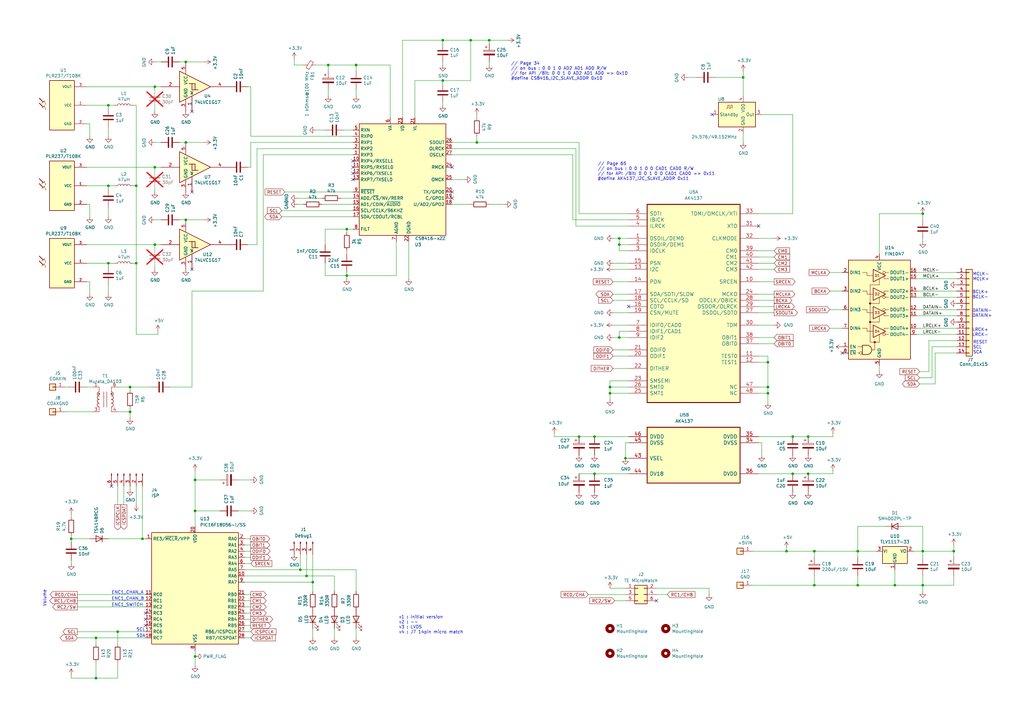
<source format=kicad_sch>
(kicad_sch (version 20250114) (generator "eeschema") (generator_version "9.0")
  (paper "A3")
  (title_block (title "SPDIF Receiver / ASRC") (date "2025-04-26") (rev "V4"))
  (lib_symbols
    (symbol "+3.3V_1" (power) (pin_names (offset 0))
      (property "Value" "+3.3V" (at 0 3.556 0))
      (symbol "+3.3V_1_1_1"
        (pin power_in line (at 0 0 90) (length 0) (hide yes) (name "+3.3V") (number "1"))
      )
    )
    (symbol "+3.3V_10" (power) (pin_names (offset 0))
      (property "Value" "+3.3V" (at 0 3.556 0))
      (symbol "+3.3V_10_1_1"
        (pin power_in line (at 0 0 90) (length 0) (hide yes) (name "+3.3V") (number "1"))
      )
    )
    (symbol "+3.3V_11" (power) (pin_names (offset 0))
      (property "Value" "+3.3V" (at 0 3.556 0))
      (symbol "+3.3V_11_1_1"
        (pin power_in line (at 0 0 90) (length 0) (hide yes) (name "+3.3V") (number "1"))
      )
    )
    (symbol "+3.3V_12" (power) (pin_names (offset 0))
      (property "Value" "+3.3V" (at 0 3.556 0))
      (symbol "+3.3V_12_1_1"
        (pin power_in line (at 0 0 90) (length 0) (hide yes) (name "+3.3V") (number "1"))
      )
    )
    (symbol "+3.3V_13" (power) (pin_names (offset 0))
      (property "Value" "+3.3V" (at 0 3.556 0))
      (symbol "+3.3V_13_1_1"
        (pin power_in line (at 0 0 90) (length 0) (hide yes) (name "+3.3V") (number "1"))
      )
    )
    (symbol "+3.3V_14" (power) (pin_names (offset 0))
      (property "Value" "+3.3V" (at 0 3.556 0))
      (symbol "+3.3V_14_1_1"
        (pin power_in line (at 0 0 90) (length 0) (hide yes) (name "+3.3V") (number "1"))
      )
    )
    (symbol "+3.3V_15" (power) (pin_names (offset 0))
      (property "Value" "+3.3V" (at 0 3.556 0))
      (symbol "+3.3V_15_1_1"
        (pin power_in line (at 0 0 90) (length 0) (hide yes) (name "+3.3V") (number "1"))
      )
    )
    (symbol "+3.3V_16" (power) (pin_names (offset 0))
      (property "Value" "+3.3V" (at 0 3.556 0))
      (symbol "+3.3V_16_1_1"
        (pin power_in line (at 0 0 90) (length 0) (hide yes) (name "+3.3V") (number "1"))
      )
    )
    (symbol "+3.3V_17" (power) (pin_names (offset 0))
      (property "Value" "+3.3V" (at 0 3.556 0))
      (symbol "+3.3V_17_1_1"
        (pin power_in line (at 0 0 90) (length 0) (hide yes) (name "+3.3V") (number "1"))
      )
    )
    (symbol "+3.3V_18" (power) (pin_names (offset 0))
      (property "Value" "+3.3V" (at 0 3.556 0))
      (symbol "+3.3V_18_1_1"
        (pin power_in line (at 0 0 90) (length 0) (hide yes) (name "+3.3V") (number "1"))
      )
    )
    (symbol "+3.3V_2" (power) (pin_names (offset 0))
      (property "Value" "+3.3V" (at 0 3.556 0))
      (symbol "+3.3V_2_1_1"
        (pin power_in line (at 0 0 90) (length 0) (hide yes) (name "+3.3V") (number "1"))
      )
    )
    (symbol "+3.3V_20" (power) (pin_names (offset 0))
      (property "Value" "+3.3V" (at 0 3.556 0))
      (symbol "+3.3V_20_1_1"
        (pin power_in line (at 0 0 90) (length 0) (hide yes) (name "+3.3V") (number "1"))
      )
    )
    (symbol "+3.3V_3" (power) (pin_names (offset 0))
      (property "Value" "+3.3V" (at 0 3.556 0))
      (symbol "+3.3V_3_1_1"
        (pin power_in line (at 0 0 90) (length 0) (hide yes) (name "+3.3V") (number "1"))
      )
    )
    (symbol "+3.3V_4" (power) (pin_names (offset 0))
      (property "Value" "+3.3V" (at 0 3.556 0))
      (symbol "+3.3V_4_1_1"
        (pin power_in line (at 0 0 90) (length 0) (hide yes) (name "+3.3V") (number "1"))
      )
    )
    (symbol "+3.3V_5" (power) (pin_names (offset 0))
      (property "Value" "+3.3V" (at 0 3.556 0))
      (symbol "+3.3V_5_1_1"
        (pin power_in line (at 0 0 90) (length 0) (hide yes) (name "+3.3V") (number "1"))
      )
    )
    (symbol "+3.3V_6" (power) (pin_names (offset 0))
      (property "Value" "+3.3V" (at 0 3.556 0))
      (symbol "+3.3V_6_1_1"
        (pin power_in line (at 0 0 90) (length 0) (hide yes) (name "+3.3V") (number "1"))
      )
    )
    (symbol "+3.3V_7" (power) (pin_names (offset 0))
      (property "Value" "+3.3V" (at 0 3.556 0))
      (symbol "+3.3V_7_1_1"
        (pin power_in line (at 0 0 90) (length 0) (hide yes) (name "+3.3V") (number "1"))
      )
    )
    (symbol "+3.3V_8" (power) (pin_names (offset 0))
      (property "Value" "+3.3V" (at 0 3.556 0))
      (symbol "+3.3V_8_1_1"
        (pin power_in line (at 0 0 90) (length 0) (hide yes) (name "+3.3V") (number "1"))
      )
    )
    (symbol "+3.3V_9" (power) (pin_names (offset 0))
      (property "Value" "+3.3V" (at 0 3.556 0))
      (symbol "+3.3V_9_1_1"
        (pin power_in line (at 0 0 90) (length 0) (hide yes) (name "+3.3V") (number "1"))
      )
    )
    (symbol "+5V_1" (power) (pin_names (offset 0))
      (property "Value" "+5V" (at 0 3.556 0))
      (symbol "+5V_1_1_1"
        (pin power_in line (at 0 0 90) (length 0) (hide yes) (name "+5V") (number "1"))
      )
    )
    (symbol "74LVC1G17_1"
      (property "Reference" "U" (at 2.54 7.62 0))
      (property "Value" "74LVC1G17" (at 5.08 -7.62 0))
      (symbol "74LVC1G17_1_1_1"
        (pin input line (at -15.24 0 0) (length 7.62) (name "~") (number "2"))
        (pin power_in line (at -5.08 10.16 270) (length 5.08) (name "VCC") (number "5"))
        (pin power_in line (at -5.08 -10.16 90) (length 5.08) (name "GND") (number "3"))
        (pin free line (at -2.54 -10.16 90) (length 6.35) (name "NC") (number "1"))
        (pin output line (at 12.7 0 180) (length 7.62) (name "~") (number "4"))
      )
    )
    (symbol "74LVC1G17_2"
      (property "Reference" "U" (at 2.54 7.62 0))
      (property "Value" "74LVC1G17" (at 5.08 -7.62 0))
      (symbol "74LVC1G17_2_1_1"
        (pin input line (at -15.24 0 0) (length 7.62) (name "~") (number "2"))
        (pin power_in line (at -5.08 10.16 270) (length 5.08) (name "VCC") (number "5"))
        (pin power_in line (at -5.08 -10.16 90) (length 5.08) (name "GND") (number "3"))
        (pin free line (at -2.54 -10.16 90) (length 6.35) (name "NC") (number "1"))
        (pin output line (at 12.7 0 180) (length 7.62) (name "~") (number "4"))
      )
    )
    (symbol "74xGxx:74LVC1G17"
      (property "Reference" "U" (at 2.54 7.62 0))
      (property "Value" "74LVC1G17" (at 5.08 -7.62 0))
      (symbol "74LVC1G17_1_1"
        (pin input line (at -15.24 0 0) (length 7.62) (name "~") (number "2"))
        (pin power_in line (at -5.08 10.16 270) (length 5.08) (name "VCC") (number "5"))
        (pin power_in line (at -5.08 -10.16 90) (length 5.08) (name "GND") (number "3"))
        (pin free line (at -2.54 -10.16 90) (length 6.35) (name "NC") (number "1"))
        (pin output line (at 12.7 0 180) (length 7.62) (name "~") (number "4"))
      )
    )
    (symbol "AK4137_1" (pin_names (offset 1.016))
      (property "Reference" "U" (at 34.29 5.08 0))
      (property "Value" "AK4137" (at 11.43 5.08 0))
      (symbol "AK4137_1_1_1"
        (pin input line (at 0 0 0) (length 7.62) (name "SDTI") (number "6"))
        (pin input line (at 0 -2.54 0) (length 7.62) (name "IBICK") (number "5"))
        (pin input line (at 0 -5.08 0) (length 7.62) (name "ILRCK") (number "4"))
        (pin input line (at 0 -10.16 0) (length 7.62) (name "DSDIL/DEM0") (number "1"))
        (pin input line (at 0 -12.7 0) (length 7.62) (name "DSDIR/DEM1") (number "2"))
        (pin input line (at 0 -15.24 0) (length 7.62) (name "IDCLK") (number "3"))
        (pin input line (at 0 -20.32 0) (length 7.62) (name "PSN") (number "15"))
        (pin input line (at 0 -22.86 0) (length 7.62) (name "I2C") (number "13"))
        (pin input line (at 0 -27.94 0) (length 7.62) (name "PDN") (number "14"))
        (pin bidirectional line (at 0 -33.02 0) (length 7.62) (name "SDA/SDTI/SLOW") (number "17"))
        (pin output line (at 0 -35.56 0) (length 7.62) (name "SCL/CCLK/SD") (number "18"))
        (pin output line (at 0 -38.1 0) (length 7.62) (name "CDTO") (number "16"))
        (pin input line (at 0 -40.64 0) (length 7.62) (name "CSN/MUTE") (number "19"))
        (pin input line (at 0 -45.72 0) (length 7.62) (name "IDIF0/CAD0") (number "7"))
        (pin input line (at 0 -48.26 0) (length 7.62) (name "IDIF1/CAD1") (number "8"))
        (pin input line (at 0 -50.8 0) (length 7.62) (name "IDIF2") (number "9"))
        (pin input line (at 0 -55.88 0) (length 7.62) (name "ODIF0") (number "21"))
        (pin input line (at 0 -58.42 0) (length 7.62) (name "ODIF1") (number "20"))
        (pin input line (at 0 -63.5 0) (length 7.62) (name "DITHER") (number "22"))
        (pin input line (at 0 -68.58 0) (length 7.62) (name "SMSEMI") (number "23"))
        (pin input line (at 0 -71.12 0) (length 7.62) (name "SMT0") (number "26"))
        (pin input line (at 0 -73.66 0) (length 7.62) (name "SMT1") (number "25"))
        (pin input line (at 53.34 0 180) (length 7.62) (name "TDMI/OMCLK/XTI") (number "33"))
        (pin output line (at 53.34 -5.08 180) (length 7.62) (name "XTO") (number "31"))
        (pin input line (at 53.34 -10.16 180) (length 7.62) (name "CLKMODE") (number "32"))
        (pin input line (at 53.34 -15.24 180) (length 7.62) (name "CM0") (number "39"))
        (pin input line (at 53.34 -17.78 180) (length 7.62) (name "CM1") (number "40"))
        (pin input line (at 53.34 -20.32 180) (length 7.62) (name "CM2") (number "41"))
        (pin input line (at 53.34 -22.86 180) (length 7.62) (name "CM3") (number "42"))
        (pin input line (at 53.34 -27.94 180) (length 7.62) (name "SRCEN") (number "10"))
        (pin output line (at 53.34 -33.02 180) (length 7.62) (name "MCKO") (number "24"))
        (pin output line (at 53.34 -35.56 180) (length 7.62) (name "ODCLK/OBICK") (number "28"))
        (pin output line (at 53.34 -38.1 180) (length 7.62) (name "DSDOR/OLRCK") (number "29"))
        (pin output line (at 53.34 -40.64 180) (length 7.62) (name "DSDOL/SDTO") (number "27"))
        (pin input line (at 53.34 -45.72 180) (length 7.62) (name "TDM") (number "30"))
        (pin input line (at 53.34 -50.8 180) (length 7.62) (name "OBIT1") (number "38"))
        (pin input line (at 53.34 -53.34 180) (length 7.62) (name "OBIT0") (number "37"))
        (pin input line (at 53.34 -58.42 180) (length 7.62) (name "TEST0") (number "11"))
        (pin input line (at 53.34 -60.96 180) (length 7.62) (name "TEST1") (number "12"))
        (pin passive line (at 53.34 -71.12 180) (length 7.62) (name "NC") (number "47"))
        (pin passive line (at 53.34 -73.66 180) (length 7.62) (name "NC") (number "48"))
      )
      (symbol "AK4137_1_2_1"
        (pin power_in line (at 0 0 0) (length 7.62) (name "DVDD") (number "46"))
        (pin power_in line (at 0 -2.54 0) (length 7.62) (name "DVSS") (number "45"))
        (pin input line (at 0 -8.89 0) (length 7.62) (name "VSEL") (number "43"))
        (pin power_in line (at 0 -15.24 0) (length 7.62) (name "DV18") (number "44"))
        (pin power_in line (at 53.34 0 180) (length 7.62) (name "DVDD") (number "35"))
        (pin power_in line (at 53.34 -2.54 180) (length 7.62) (name "DVSS") (number "34"))
        (pin power_in line (at 53.34 -15.24 180) (length 7.62) (name "DVDD") (number "36"))
      )
    )
    (symbol "ASDMB-xxxMHz_1"
      (property "Reference" "U" (at -6.35 6.35 0))
      (property "Value" "ASDMB-xxxMHz" (at 11.43 6.35 0))
      (symbol "ASDMB-xxxMHz_1_1_1"
        (pin input line (at -10.16 0 0) (length 2.54) (name "Standby") (number "1"))
        (pin power_in line (at 2.54 7.62 270) (length 2.54) (name "VDD") (number "4"))
        (pin power_in line (at 2.54 -7.62 90) (length 2.54) (name "GND") (number "2"))
        (pin output line (at 10.16 0 180) (length 2.54) (name "Out") (number "3"))
      )
    )
    (symbol "Audio:CS8416-xZZ"
      (property "Reference" "U" (at 12.7 26.67 0))
      (property "Value" "CS8416-xZZ" (at 12.7 24.13 0))
      (symbol "CS8416-xZZ_1_1"
        (pin input line (at -20.32 20.32 0) (length 2.54) (name "RXN") (number "5"))
        (pin input line (at -20.32 17.78 0) (length 2.54) (name "RXP0") (number "4"))
        (pin input line (at -20.32 15.24 0) (length 2.54) (name "RXP1") (number "3"))
        (pin input line (at -20.32 12.7 0) (length 2.54) (name "RXP2") (number "2"))
        (pin input line (at -20.32 10.16 0) (length 2.54) (name "RXP3") (number "1"))
        (pin input line (at -20.32 7.62 0) (length 2.54) (name "RXP4/RXSEL1") (number "10"))
        (pin input line (at -20.32 5.08 0) (length 2.54) (name "RXP5/RXSEL0") (number "11"))
        (pin input line (at -20.32 2.54 0) (length 2.54) (name "RXP6/TXSEL1") (number "12"))
        (pin input line (at -20.32 0 0) (length 2.54) (name "RXP7/TXSEL0") (number "13"))
        (pin input line (at -20.32 -5.08 0) (length 2.54) (name "~{RESET}") (number "9"))
        (pin input line (at -20.32 -7.62 0) (length 2.54) (name "AD0/~{CS}/NV/RERR") (number "14"))
        (pin input line (at -20.32 -10.16 0) (length 2.54) (name "AD1/CDIN/~{AUDIO}") (number "15"))
        (pin input line (at -20.32 -12.7 0) (length 2.54) (name "SCL/CCLK/96KHZ") (number "16"))
        (pin bidirectional line (at -20.32 -15.24 0) (length 2.54) (name "SDA/CDOUT/RCBL") (number "17"))
        (pin passive line (at -20.32 -20.32 0) (length 2.54) (name "FILT") (number "8"))
        (pin power_in line (at -5.08 25.4 270) (length 2.54) (name "VA") (number "6"))
        (pin power_in line (at -2.54 -25.4 90) (length 2.54) (name "AGND") (number "7"))
        (pin power_in line (at 0 25.4 270) (length 2.54) (name "VD") (number "23"))
        (pin power_in line (at 2.54 -25.4 90) (length 2.54) (name "DGND") (number "22"))
        (pin power_in line (at 5.08 25.4 270) (length 2.54) (name "VL") (number "21"))
        (pin output line (at 20.32 15.24 180) (length 2.54) (name "SDOUT") (number "26"))
        (pin bidirectional line (at 20.32 12.7 180) (length 2.54) (name "OLRCK") (number "28"))
        (pin bidirectional line (at 20.32 10.16 180) (length 2.54) (name "OSCLK") (number "27"))
        (pin output line (at 20.32 5.08 180) (length 2.54) (name "RMCK") (number "24"))
        (pin input line (at 20.32 0 180) (length 2.54) (name "OMCK") (number "25"))
        (pin output line (at 20.32 -5.08 180) (length 2.54) (name "TX/GPO0") (number "20"))
        (pin output line (at 20.32 -7.62 180) (length 2.54) (name "C/GPO1") (number "19"))
        (pin output line (at 20.32 -10.16 180) (length 2.54) (name "U/AD2/GPO2") (number "18"))
      )
    )
    (symbol "Connector:Conn_01x04_Pin" (pin_names (offset 1.016) (hide yes))
      (property "Reference" "J" (at 0 5.08 0))
      (property "Value" "Conn_01x04_Pin" (at 0 -7.62 0))
      (symbol "Conn_01x04_Pin_1_1"
        (pin passive line (at 5.08 2.54 180) (length 3.81) (name "Pin_1") (number "1"))
        (pin passive line (at 5.08 0 180) (length 3.81) (name "Pin_2") (number "2"))
        (pin passive line (at 5.08 -2.54 180) (length 3.81) (name "Pin_3") (number "3"))
        (pin passive line (at 5.08 -5.08 180) (length 3.81) (name "Pin_4") (number "4"))
      )
    )
    (symbol "Connector:Conn_01x06_Male" (pin_names (offset 1.016) (hide yes))
      (property "Reference" "J" (at 0 7.62 0))
      (property "Value" "Conn_01x06_Male" (at 0 -10.16 0))
      (symbol "Conn_01x06_Male_1_1"
        (pin passive line (at 5.08 5.08 180) (length 3.81) (name "Pin_1") (number "1"))
        (pin passive line (at 5.08 2.54 180) (length 3.81) (name "Pin_2") (number "2"))
        (pin passive line (at 5.08 0 180) (length 3.81) (name "Pin_3") (number "3"))
        (pin passive line (at 5.08 -2.54 180) (length 3.81) (name "Pin_4") (number "4"))
        (pin passive line (at 5.08 -5.08 180) (length 3.81) (name "Pin_5") (number "5"))
        (pin passive line (at 5.08 -7.62 180) (length 3.81) (name "Pin_6") (number "6"))
      )
    )
    (symbol "Connector_Generic:Conn_01x01" (pin_names (offset 1.016) (hide yes))
      (property "Reference" "J" (at 0 2.54 0))
      (property "Value" "Conn_01x01" (at 0 -2.54 0))
      (symbol "Conn_01x01_1_1"
        (pin passive line (at -5.08 0 0) (length 3.81) (name "Pin_1") (number "1"))
      )
    )
    (symbol "Connector_Generic:Conn_01x14" (pin_names (offset 1.016) (hide yes))
      (property "Reference" "J" (at 0 17.78 0))
      (property "Value" "Conn_01x14" (at 0 -20.32 0))
      (symbol "Conn_01x14_1_1"
        (pin passive line (at -5.08 15.24 0) (length 3.81) (name "Pin_1") (number "1"))
        (pin passive line (at -5.08 12.7 0) (length 3.81) (name "Pin_2") (number "2"))
        (pin passive line (at -5.08 10.16 0) (length 3.81) (name "Pin_3") (number "3"))
        (pin passive line (at -5.08 7.62 0) (length 3.81) (name "Pin_4") (number "4"))
        (pin passive line (at -5.08 5.08 0) (length 3.81) (name "Pin_5") (number "5"))
        (pin passive line (at -5.08 2.54 0) (length 3.81) (name "Pin_6") (number "6"))
        (pin passive line (at -5.08 0 0) (length 3.81) (name "Pin_7") (number "7"))
        (pin passive line (at -5.08 -2.54 0) (length 3.81) (name "Pin_8") (number "8"))
        (pin passive line (at -5.08 -5.08 0) (length 3.81) (name "Pin_9") (number "9"))
        (pin passive line (at -5.08 -7.62 0) (length 3.81) (name "Pin_10") (number "10"))
        (pin passive line (at -5.08 -10.16 0) (length 3.81) (name "Pin_11") (number "11"))
        (pin passive line (at -5.08 -12.7 0) (length 3.81) (name "Pin_12") (number "12"))
        (pin passive line (at -5.08 -15.24 0) (length 3.81) (name "Pin_13") (number "13"))
        (pin passive line (at -5.08 -17.78 0) (length 3.81) (name "Pin_14") (number "14"))
      )
    )
    (symbol "Connector_Generic:Conn_02x03_Odd_Even" (pin_names (offset 1.016) (hide yes))
      (property "Reference" "J" (at 1.27 5.08 0))
      (property "Value" "Conn_02x03_Odd_Even" (at 1.27 -5.08 0))
      (symbol "Conn_02x03_Odd_Even_1_1"
        (pin passive line (at -5.08 2.54 0) (length 3.81) (name "Pin_1") (number "1"))
        (pin passive line (at -5.08 0 0) (length 3.81) (name "Pin_3") (number "3"))
        (pin passive line (at -5.08 -2.54 0) (length 3.81) (name "Pin_5") (number "5"))
        (pin passive line (at 7.62 2.54 180) (length 3.81) (name "Pin_2") (number "2"))
        (pin passive line (at 7.62 0 180) (length 3.81) (name "Pin_4") (number "4"))
        (pin passive line (at 7.62 -2.54 180) (length 3.81) (name "Pin_6") (number "6"))
      )
    )
    (symbol "Device:C" (pin_numbers (hide yes)) (pin_names (offset 0.254))
      (property "Reference" "C" (at 0.635 2.54 0))
      (property "Value" "C" (at 0.635 -2.54 0))
      (symbol "C_1_1"
        (pin passive line (at 0 3.81 270) (length 2.794) (name "~") (number "1"))
        (pin passive line (at 0 -3.81 90) (length 2.794) (name "~") (number "2"))
      )
    )
    (symbol "Device:CP" (pin_numbers (hide yes)) (pin_names (offset 0.254))
      (property "Reference" "C" (at 0.635 2.54 0))
      (property "Value" "Device_CP" (at 0.635 -2.54 0))
      (symbol "CP_1_1"
        (pin passive line (at 0 3.81 270) (length 2.794) (name "~") (number "1"))
        (pin passive line (at 0 -3.81 90) (length 2.794) (name "~") (number "2"))
      )
    )
    (symbol "Device:Ferrite_Bead_Small" (pin_numbers (hide yes)) (pin_names (offset 0))
      (property "Reference" "FB" (at 1.905 1.27 0))
      (property "Value" "Device_Ferrite_Bead_Small" (at 1.905 -1.27 0))
      (symbol "Ferrite_Bead_Small_1_1"
        (pin passive line (at 0 2.54 270) (length 1.27) (name "~") (number "1"))
        (pin passive line (at 0 -2.54 90) (length 1.27) (name "~") (number "2"))
      )
    )
    (symbol "Device:L" (pin_numbers (hide yes)) (pin_names (offset 1.016) (hide yes))
      (property "Reference" "L" (at -1.27 0 90))
      (property "Value" "L" (at 1.905 0 90))
      (symbol "L_1_1"
        (pin passive line (at 0 3.81 270) (length 1.27) (name "1") (number "1"))
        (pin passive line (at 0 -3.81 90) (length 1.27) (name "2") (number "2"))
      )
    )
    (symbol "Device:LED" (pin_numbers (hide yes)) (pin_names (offset 1.016) (hide yes))
      (property "Reference" "D" (at 0 2.54 0))
      (property "Value" "LED" (at 0 -2.54 0))
      (symbol "LED_1_1"
        (pin passive line (at -3.81 0 0) (length 2.54) (name "K") (number "1"))
        (pin passive line (at 3.81 0 180) (length 2.54) (name "A") (number "2"))
      )
    )
    (symbol "Device:R" (pin_numbers (hide yes)) (pin_names (offset 0))
      (property "Reference" "R" (at 2.032 0 90))
      (property "Value" "R" (at 0 0 90))
      (symbol "R_1_1"
        (pin passive line (at 0 3.81 270) (length 1.27) (name "~") (number "1"))
        (pin passive line (at 0 -3.81 90) (length 1.27) (name "~") (number "2"))
      )
    )
    (symbol "Diode:1N4002" (pin_numbers (hide yes)) (pin_names (offset 1.016) (hide yes))
      (property "Reference" "D" (at 0 2.54 0))
      (property "Value" "1N4002" (at 0 -2.54 0))
      (symbol "1N4002_1_1"
        (pin passive line (at -3.81 0 0) (length 2.54) (name "K") (number "1"))
        (pin passive line (at 3.81 0 180) (length 2.54) (name "A") (number "2"))
      )
    )
    (symbol "Diode:1N4148W" (pin_numbers (hide yes)) (pin_names (hide yes))
      (property "Reference" "D" (at 0 2.54 0))
      (property "Value" "1N4148W" (at 0 -2.54 0))
      (symbol "1N4148W_1_1"
        (pin passive line (at -3.81 0 0) (length 2.54) (name "K") (number "1"))
        (pin passive line (at 3.81 0 180) (length 2.54) (name "A") (number "2"))
      )
    )
    (symbol "FIN1047_1"
      (property "Reference" "U?" (at 8.89 25.4 0))
      (property "Value" "FIN1047" (at 8.89 22.86 0))
      (symbol "FIN1047_1_1_0"
        (text "D1" (at -0.889 13.97 0) (effects (font (size 1.016 1.016))))
        (text "D2" (at -0.889 6.35 0) (effects (font (size 1.016 1.016))))
        (text "D3" (at -0.889 -1.27 0) (effects (font (size 1.016 1.016))))
        (text "D4" (at -0.889 -8.89 0) (effects (font (size 1.016 1.016))))
      )
      (symbol "FIN1047_1_1_1"
        (pin input line (at -15.24 15.24 0) (length 2.54) (name "DIN1") (number "2"))
        (pin input line (at -15.24 7.62 0) (length 2.54) (name "DIN2") (number "3"))
        (pin input line (at -15.24 0 0) (length 2.54) (name "DIN3") (number "6"))
        (pin input line (at -15.24 -7.62 0) (length 2.54) (name "DIN4") (number "7"))
        (pin input line (at -15.24 -15.24 0) (length 2.54) (name "EN") (number "1"))
        (pin input line (at -15.24 -17.78 0) (length 2.54) (name "~{EN}") (number "8"))
        (pin power_in line (at 0 22.86 270) (length 2.54) (name "VCC") (number "4"))
        (pin power_in line (at 0 -22.86 90) (length 2.54) (name "GND") (number "5"))
        (pin output line (at 15.24 15.24 180) (length 2.54) (name "DOUT1-") (number "16"))
        (pin output line (at 15.24 12.7 180) (length 2.54) (name "DOUT1+") (number "15"))
        (pin output line (at 15.24 7.62 180) (length 2.54) (name "DOUT2+") (number "14"))
        (pin output line (at 15.24 5.08 180) (length 2.54) (name "DOUT2-") (number "13"))
        (pin output line (at 15.24 0 180) (length 2.54) (name "DOUT3-") (number "12"))
        (pin output line (at 15.24 -2.54 180) (length 2.54) (name "DOUT3+") (number "11"))
        (pin output line (at 15.24 -7.62 180) (length 2.54) (name "DOUT4+") (number "10"))
        (pin output line (at 15.24 -10.16 180) (length 2.54) (name "DOUT4-") (number "9"))
      )
    )
    (symbol "GND_1" (power) (pin_names (offset 0))
      (property "Value" "GND" (at 0 -3.81 0))
      (symbol "GND_1_1_1"
        (pin power_in line (at 0 0 270) (length 0) (hide yes) (name "GND") (number "1"))
      )
    )
    (symbol "GND_10" (power) (pin_names (offset 0))
      (property "Value" "GND" (at 0 -3.81 0))
      (symbol "GND_10_1_1"
        (pin power_in line (at 0 0 270) (length 0) (hide yes) (name "GND") (number "1"))
      )
    )
    (symbol "GND_11" (power) (pin_names (offset 0))
      (property "Value" "GND" (at 0 -3.81 0))
      (symbol "GND_11_1_1"
        (pin power_in line (at 0 0 270) (length 0) (hide yes) (name "GND") (number "1"))
      )
    )
    (symbol "GND_12" (power) (pin_names (offset 0))
      (property "Value" "GND" (at 0 -3.81 0))
      (symbol "GND_12_1_1"
        (pin power_in line (at 0 0 270) (length 0) (hide yes) (name "GND") (number "1"))
      )
    )
    (symbol "GND_13" (power) (pin_names (offset 0))
      (property "Value" "GND" (at 0 -3.81 0))
      (symbol "GND_13_1_1"
        (pin power_in line (at 0 0 270) (length 0) (hide yes) (name "GND") (number "1"))
      )
    )
    (symbol "GND_14" (power) (pin_names (offset 0))
      (property "Value" "GND" (at 0 -3.81 0))
      (symbol "GND_14_1_1"
        (pin power_in line (at 0 0 270) (length 0) (hide yes) (name "GND") (number "1"))
      )
    )
    (symbol "GND_15" (power) (pin_names (offset 0))
      (property "Value" "GND" (at 0 -3.81 0))
      (symbol "GND_15_1_1"
        (pin power_in line (at 0 0 270) (length 0) (hide yes) (name "GND") (number "1"))
      )
    )
    (symbol "GND_16" (power) (pin_names (offset 0))
      (property "Value" "GND" (at 0 -3.81 0))
      (symbol "GND_16_1_1"
        (pin power_in line (at 0 0 270) (length 0) (hide yes) (name "GND") (number "1"))
      )
    )
    (symbol "GND_17" (power) (pin_names (offset 0))
      (property "Value" "GND" (at 0 -3.81 0))
      (symbol "GND_17_1_1"
        (pin power_in line (at 0 0 270) (length 0) (hide yes) (name "GND") (number "1"))
      )
    )
    (symbol "GND_18" (power) (pin_names (offset 0))
      (property "Value" "GND" (at 0 -3.81 0))
      (symbol "GND_18_1_1"
        (pin power_in line (at 0 0 270) (length 0) (hide yes) (name "GND") (number "1"))
      )
    )
    (symbol "GND_19" (power) (pin_names (offset 0))
      (property "Value" "GND" (at 0 -3.81 0))
      (symbol "GND_19_1_1"
        (pin power_in line (at 0 0 270) (length 0) (hide yes) (name "GND") (number "1"))
      )
    )
    (symbol "GND_2" (power) (pin_names (offset 0))
      (property "Value" "GND" (at 0 -3.81 0))
      (symbol "GND_2_1_1"
        (pin power_in line (at 0 0 270) (length 0) (hide yes) (name "GND") (number "1"))
      )
    )
    (symbol "GND_20" (power) (pin_names (offset 0))
      (property "Value" "GND" (at 0 -3.81 0))
      (symbol "GND_20_1_1"
        (pin power_in line (at 0 0 270) (length 0) (hide yes) (name "GND") (number "1"))
      )
    )
    (symbol "GND_22" (power) (pin_names (offset 0))
      (property "Value" "GND" (at 0 -3.81 0))
      (symbol "GND_22_1_1"
        (pin power_in line (at 0 0 270) (length 0) (hide yes) (name "GND") (number "1"))
      )
    )
    (symbol "GND_23" (power) (pin_names (offset 0))
      (property "Value" "GND" (at 0 -3.81 0))
      (symbol "GND_23_1_1"
        (pin power_in line (at 0 0 270) (length 0) (hide yes) (name "GND") (number "1"))
      )
    )
    (symbol "GND_24" (power) (pin_names (offset 0))
      (property "Value" "GND" (at 0 -3.81 0))
      (symbol "GND_24_1_1"
        (pin power_in line (at 0 0 270) (length 0) (hide yes) (name "GND") (number "1"))
      )
    )
    (symbol "GND_25" (power) (pin_names (offset 0))
      (property "Value" "GND" (at 0 -3.81 0))
      (symbol "GND_25_1_1"
        (pin power_in line (at 0 0 270) (length 0) (hide yes) (name "GND") (number "1"))
      )
    )
    (symbol "GND_26" (power) (pin_names (offset 0))
      (property "Value" "GND" (at 0 -3.81 0))
      (symbol "GND_26_1_1"
        (pin power_in line (at 0 0 270) (length 0) (hide yes) (name "GND") (number "1"))
      )
    )
    (symbol "GND_27" (power) (pin_names (offset 0))
      (property "Value" "GND" (at 0 -3.81 0))
      (symbol "GND_27_1_1"
        (pin power_in line (at 0 0 270) (length 0) (hide yes) (name "GND") (number "1"))
      )
    )
    (symbol "GND_28" (power) (pin_names (offset 0))
      (property "Value" "GND" (at 0 -3.81 0))
      (symbol "GND_28_1_1"
        (pin power_in line (at 0 0 270) (length 0) (hide yes) (name "GND") (number "1"))
      )
    )
    (symbol "GND_29" (power) (pin_names (offset 0))
      (property "Value" "GND" (at 0 -3.81 0))
      (symbol "GND_29_1_1"
        (pin power_in line (at 0 0 270) (length 0) (hide yes) (name "GND") (number "1"))
      )
    )
    (symbol "GND_3" (power) (pin_names (offset 0))
      (property "Value" "GND" (at 0 -3.81 0))
      (symbol "GND_3_1_1"
        (pin power_in line (at 0 0 270) (length 0) (hide yes) (name "GND") (number "1"))
      )
    )
    (symbol "GND_30" (power) (pin_names (offset 0))
      (property "Value" "GND" (at 0 -3.81 0))
      (symbol "GND_30_1_1"
        (pin power_in line (at 0 0 270) (length 0) (hide yes) (name "GND") (number "1"))
      )
    )
    (symbol "GND_31" (power) (pin_names (offset 0))
      (property "Value" "GND" (at 0 -3.81 0))
      (symbol "GND_31_1_1"
        (pin power_in line (at 0 0 270) (length 0) (hide yes) (name "GND") (number "1"))
      )
    )
    (symbol "GND_33" (power) (pin_names (offset 0))
      (property "Value" "GND" (at 0 -3.81 0))
      (symbol "GND_33_1_1"
        (pin power_in line (at 0 0 270) (length 0) (hide yes) (name "GND") (number "1"))
      )
    )
    (symbol "GND_34" (power) (pin_names (offset 0))
      (property "Value" "GND" (at 0 -3.81 0))
      (symbol "GND_34_1_1"
        (pin power_in line (at 0 0 270) (length 0) (hide yes) (name "GND") (number "1"))
      )
    )
    (symbol "GND_35" (power) (pin_names (offset 0))
      (property "Value" "GND" (at 0 -3.81 0))
      (symbol "GND_35_1_1"
        (pin power_in line (at 0 0 270) (length 0) (hide yes) (name "GND") (number "1"))
      )
    )
    (symbol "GND_36" (power) (pin_names (offset 0))
      (property "Value" "GND" (at 0 -3.81 0))
      (symbol "GND_36_1_1"
        (pin power_in line (at 0 0 270) (length 0) (hide yes) (name "GND") (number "1"))
      )
    )
    (symbol "GND_37" (power) (pin_names (offset 0))
      (property "Value" "GND" (at 0 -3.81 0))
      (symbol "GND_37_1_1"
        (pin power_in line (at 0 0 270) (length 0) (hide yes) (name "GND") (number "1"))
      )
    )
    (symbol "GND_38" (power) (pin_names (offset 0))
      (property "Value" "GND" (at 0 -3.81 0))
      (symbol "GND_38_1_1"
        (pin power_in line (at 0 0 270) (length 0) (hide yes) (name "GND") (number "1"))
      )
    )
    (symbol "GND_4" (power) (pin_names (offset 0))
      (property "Value" "GND" (at 0 -3.81 0))
      (symbol "GND_4_1_1"
        (pin power_in line (at 0 0 270) (length 0) (hide yes) (name "GND") (number "1"))
      )
    )
    (symbol "GND_41" (power) (pin_names (offset 0))
      (property "Value" "GND" (at 0 -3.81 0))
      (symbol "GND_41_1_1"
        (pin power_in line (at 0 0 270) (length 0) (hide yes) (name "GND") (number "1"))
      )
    )
    (symbol "GND_42" (power) (pin_names (offset 0))
      (property "Value" "GND" (at 0 -3.81 0))
      (symbol "GND_42_1_1"
        (pin power_in line (at 0 0 270) (length 0) (hide yes) (name "GND") (number "1"))
      )
    )
    (symbol "GND_43" (power) (pin_names (offset 0))
      (property "Value" "GND" (at 0 -3.81 0))
      (symbol "GND_43_1_1"
        (pin power_in line (at 0 0 270) (length 0) (hide yes) (name "GND") (number "1"))
      )
    )
    (symbol "GND_44" (power) (pin_names (offset 0))
      (property "Value" "GND" (at 0 -3.81 0))
      (symbol "GND_44_1_1"
        (pin power_in line (at 0 0 270) (length 0) (hide yes) (name "GND") (number "1"))
      )
    )
    (symbol "GND_46" (power) (pin_names (offset 0))
      (property "Value" "GND" (at 0 -3.81 0))
      (symbol "GND_46_1_1"
        (pin power_in line (at 0 0 270) (length 0) (hide yes) (name "GND") (number "1"))
      )
    )
    (symbol "GND_47" (power) (pin_names (offset 0))
      (property "Value" "GND" (at 0 -3.81 0))
      (symbol "GND_47_1_1"
        (pin power_in line (at 0 0 270) (length 0) (hide yes) (name "GND") (number "1"))
      )
    )
    (symbol "GND_48" (power) (pin_names (offset 0))
      (property "Value" "GND" (at 0 -3.81 0))
      (symbol "GND_48_1_1"
        (pin power_in line (at 0 0 270) (length 0) (hide yes) (name "GND") (number "1"))
      )
    )
    (symbol "GND_49" (power) (pin_names (offset 0))
      (property "Value" "GND" (at 0 -3.81 0))
      (symbol "GND_49_1_1"
        (pin power_in line (at 0 0 270) (length 0) (hide yes) (name "GND") (number "1"))
      )
    )
    (symbol "GND_5" (power) (pin_names (offset 0))
      (property "Value" "GND" (at 0 -3.81 0))
      (symbol "GND_5_1_1"
        (pin power_in line (at 0 0 270) (length 0) (hide yes) (name "GND") (number "1"))
      )
    )
    (symbol "GND_50" (power) (pin_names (offset 0))
      (property "Value" "GND" (at 0 -3.81 0))
      (symbol "GND_50_1_1"
        (pin power_in line (at 0 0 270) (length 0) (hide yes) (name "GND") (number "1"))
      )
    )
    (symbol "GND_51" (power) (pin_names (offset 0))
      (property "Value" "GND" (at 0 -3.81 0))
      (symbol "GND_51_1_1"
        (pin power_in line (at 0 0 270) (length 0) (hide yes) (name "GND") (number "1"))
      )
    )
    (symbol "GND_52" (power) (pin_names (offset 0))
      (property "Value" "GND" (at 0 -3.81 0))
      (symbol "GND_52_1_1"
        (pin power_in line (at 0 0 270) (length 0) (hide yes) (name "GND") (number "1"))
      )
    )
    (symbol "GND_54" (power) (pin_names (offset 0))
      (property "Value" "GND" (at 0 -3.81 0))
      (symbol "GND_54_1_1"
        (pin power_in line (at 0 0 270) (length 0) (hide yes) (name "GND") (number "1"))
      )
    )
    (symbol "GND_55" (power) (pin_names (offset 0))
      (property "Value" "GND" (at 0 -3.81 0))
      (symbol "GND_55_1_1"
        (pin power_in line (at 0 0 270) (length 0) (hide yes) (name "GND") (number "1"))
      )
    )
    (symbol "GND_56" (power) (pin_names (offset 0))
      (property "Value" "GND" (at 0 -3.81 0))
      (symbol "GND_56_1_1"
        (pin power_in line (at 0 0 270) (length 0) (hide yes) (name "GND") (number "1"))
      )
    )
    (symbol "GND_57" (power) (pin_names (offset 0))
      (property "Value" "GND" (at 0 -3.81 0))
      (symbol "GND_57_1_1"
        (pin power_in line (at 0 0 270) (length 0) (hide yes) (name "GND") (number "1"))
      )
    )
    (symbol "GND_58" (power) (pin_names (offset 0))
      (property "Value" "GND" (at 0 -3.81 0))
      (symbol "GND_58_1_1"
        (pin power_in line (at 0 0 270) (length 0) (hide yes) (name "GND") (number "1"))
      )
    )
    (symbol "GND_59" (power) (pin_names (offset 0))
      (property "Value" "GND" (at 0 -3.81 0))
      (symbol "GND_59_1_1"
        (pin power_in line (at 0 0 270) (length 0) (hide yes) (name "GND") (number "1"))
      )
    )
    (symbol "GND_6" (power) (pin_names (offset 0))
      (property "Value" "GND" (at 0 -3.81 0))
      (symbol "GND_6_1_1"
        (pin power_in line (at 0 0 270) (length 0) (hide yes) (name "GND") (number "1"))
      )
    )
    (symbol "GND_61" (power) (pin_names (offset 0))
      (property "Value" "GND" (at 0 -3.81 0))
      (symbol "GND_61_1_1"
        (pin power_in line (at 0 0 270) (length 0) (hide yes) (name "GND") (number "1"))
      )
    )
    (symbol "GND_63" (power) (pin_names (offset 0))
      (property "Value" "GND" (at 0 -3.81 0))
      (symbol "GND_63_1_1"
        (pin power_in line (at 0 0 270) (length 0) (hide yes) (name "GND") (number "1"))
      )
    )
    (symbol "GND_64" (power) (pin_names (offset 0))
      (property "Value" "GND" (at 0 -3.81 0))
      (symbol "GND_64_1_1"
        (pin power_in line (at 0 0 270) (length 0) (hide yes) (name "GND") (number "1"))
      )
    )
    (symbol "GND_65" (power) (pin_names (offset 0))
      (property "Value" "GND" (at 0 -3.81 0))
      (symbol "GND_65_1_1"
        (pin power_in line (at 0 0 270) (length 0) (hide yes) (name "GND") (number "1"))
      )
    )
    (symbol "GND_66" (power) (pin_names (offset 0))
      (property "Value" "GND" (at 0 -3.81 0))
      (symbol "GND_66_1_1"
        (pin power_in line (at 0 0 270) (length 0) (hide yes) (name "GND") (number "1"))
      )
    )
    (symbol "GND_68" (power) (pin_names (offset 0))
      (property "Value" "GND" (at 0 -3.81 0))
      (symbol "GND_68_1_1"
        (pin power_in line (at 0 0 270) (length 0) (hide yes) (name "GND") (number "1"))
      )
    )
    (symbol "GND_69" (power) (pin_names (offset 0))
      (property "Value" "GND" (at 0 -3.81 0))
      (symbol "GND_69_1_1"
        (pin power_in line (at 0 0 270) (length 0) (hide yes) (name "GND") (number "1"))
      )
    )
    (symbol "GND_7" (power) (pin_names (offset 0))
      (property "Value" "GND" (at 0 -3.81 0))
      (symbol "GND_7_1_1"
        (pin power_in line (at 0 0 270) (length 0) (hide yes) (name "GND") (number "1"))
      )
    )
    (symbol "GND_70" (power) (pin_names (offset 0))
      (property "Value" "GND" (at 0 -3.81 0))
      (symbol "GND_70_1_1"
        (pin power_in line (at 0 0 270) (length 0) (hide yes) (name "GND") (number "1"))
      )
    )
    (symbol "GND_71" (power) (pin_names (offset 0))
      (property "Value" "GND" (at 0 -3.81 0))
      (symbol "GND_71_1_1"
        (pin power_in line (at 0 0 270) (length 0) (hide yes) (name "GND") (number "1"))
      )
    )
    (symbol "GND_8" (power) (pin_names (offset 0))
      (property "Value" "GND" (at 0 -3.81 0))
      (symbol "GND_8_1_1"
        (pin power_in line (at 0 0 270) (length 0) (hide yes) (name "GND") (number "1"))
      )
    )
    (symbol "GND_9" (power) (pin_names (offset 0))
      (property "Value" "GND" (at 0 -3.81 0))
      (symbol "GND_9_1_1"
        (pin power_in line (at 0 0 270) (length 0) (hide yes) (name "GND") (number "1"))
      )
    )
    (symbol "LED_1" (pin_numbers (hide yes)) (pin_names (offset 1.016) (hide yes))
      (property "Reference" "D" (at 0 2.54 0))
      (property "Value" "LED" (at 0 -2.54 0))
      (symbol "LED_1_1_1"
        (pin passive line (at -3.81 0 0) (length 2.54) (name "K") (number "1"))
        (pin passive line (at 3.81 0 180) (length 2.54) (name "A") (number "2"))
      )
    )
    (symbol "LED_2" (pin_numbers (hide yes)) (pin_names (offset 1.016) (hide yes))
      (property "Reference" "D" (at 0 2.54 0))
      (property "Value" "LED" (at 0 -2.54 0))
      (symbol "LED_2_1_1"
        (pin passive line (at -3.81 0 0) (length 2.54) (name "K") (number "1"))
        (pin passive line (at 3.81 0 180) (length 2.54) (name "A") (number "2"))
      )
    )
    (symbol "Mechanical:MountingHole" (pin_names (offset 1.016))
      (property "Reference" "H" (at 0 5.08 0))
      (property "Value" "MountingHole" (at 0 3.175 0))
    )
    (symbol "MountingHole_1" (pin_names (offset 1.016))
      (property "Reference" "H" (at 0 5.08 0))
      (property "Value" "MountingHole" (at 0 3.175 0))
    )
    (symbol "MountingHole_2" (pin_names (offset 1.016))
      (property "Reference" "H" (at 0 5.08 0))
      (property "Value" "MountingHole" (at 0 3.175 0))
    )
    (symbol "MountingHole_3" (pin_names (offset 1.016))
      (property "Reference" "H" (at 0 5.08 0))
      (property "Value" "MountingHole" (at 0 3.175 0))
    )
    (symbol "PLR135-T10_1" (pin_names (offset 1.016))
      (property "Reference" "U" (at -5.08 11.4554 0))
      (property "Value" "PLR135-T10" (at -5.08 -12.7254 0))
      (symbol "PLR135-T10_1_0_0"
        (pin output line (at -10.16 7.62 0) (length 5.08) (name "VOUT") (number "3"))
        (pin power_in line (at -10.16 0 0) (length 5.08) (name "VCC") (number "1"))
        (pin power_in line (at -10.16 -7.62 0) (length 5.08) (name "GND") (number "2"))
      )
    )
    (symbol "PLR135-T10_2" (pin_names (offset 1.016))
      (property "Reference" "U" (at -5.08 11.4554 0))
      (property "Value" "PLR135-T10" (at -5.08 -12.7254 0))
      (symbol "PLR135-T10_2_0_0"
        (pin output line (at -10.16 7.62 0) (length 5.08) (name "VOUT") (number "3"))
        (pin power_in line (at -10.16 0 0) (length 5.08) (name "VCC") (number "1"))
        (pin power_in line (at -10.16 -7.62 0) (length 5.08) (name "GND") (number "2"))
      )
    )
    (symbol "Regulator_Linear:TLV1117-33" (pin_names (offset 0.254))
      (property "Reference" "U" (at -3.81 3.175 0))
      (property "Value" "TLV1117-33" (at 0 3.175 0))
      (symbol "TLV1117-33_1_1"
        (pin power_in line (at -7.62 0 0) (length 2.54) (name "VI") (number "3"))
        (pin power_in line (at 0 -7.62 90) (length 2.54) (name "GND") (number "1"))
        (pin power_out line (at 7.62 0 180) (length 2.54) (name "VO") (number "2"))
      )
    )
    (symbol "kicad-snk:AK4137" (pin_names (offset 1.016))
      (property "Reference" "U" (at 34.29 5.08 0))
      (property "Value" "AK4137" (at 11.43 5.08 0))
      (symbol "AK4137_1_1"
        (pin input line (at 0 0 0) (length 7.62) (name "SDTI") (number "6"))
        (pin input line (at 0 -2.54 0) (length 7.62) (name "IBICK") (number "5"))
        (pin input line (at 0 -5.08 0) (length 7.62) (name "ILRCK") (number "4"))
        (pin input line (at 0 -10.16 0) (length 7.62) (name "DSDIL/DEM0") (number "1"))
        (pin input line (at 0 -12.7 0) (length 7.62) (name "DSDIR/DEM1") (number "2"))
        (pin input line (at 0 -15.24 0) (length 7.62) (name "IDCLK") (number "3"))
        (pin input line (at 0 -20.32 0) (length 7.62) (name "PSN") (number "15"))
        (pin input line (at 0 -22.86 0) (length 7.62) (name "I2C") (number "13"))
        (pin input line (at 0 -27.94 0) (length 7.62) (name "PDN") (number "14"))
        (pin bidirectional line (at 0 -33.02 0) (length 7.62) (name "SDA/SDTI/SLOW") (number "17"))
        (pin output line (at 0 -35.56 0) (length 7.62) (name "SCL/CCLK/SD") (number "18"))
        (pin output line (at 0 -38.1 0) (length 7.62) (name "CDTO") (number "16"))
        (pin input line (at 0 -40.64 0) (length 7.62) (name "CSN/MUTE") (number "19"))
        (pin input line (at 0 -45.72 0) (length 7.62) (name "IDIF0/CAD0") (number "7"))
        (pin input line (at 0 -48.26 0) (length 7.62) (name "IDIF1/CAD1") (number "8"))
        (pin input line (at 0 -50.8 0) (length 7.62) (name "IDIF2") (number "9"))
        (pin input line (at 0 -55.88 0) (length 7.62) (name "ODIF0") (number "21"))
        (pin input line (at 0 -58.42 0) (length 7.62) (name "ODIF1") (number "20"))
        (pin input line (at 0 -63.5 0) (length 7.62) (name "DITHER") (number "22"))
        (pin input line (at 0 -68.58 0) (length 7.62) (name "SMSEMI") (number "23"))
        (pin input line (at 0 -71.12 0) (length 7.62) (name "SMT0") (number "26"))
        (pin input line (at 0 -73.66 0) (length 7.62) (name "SMT1") (number "25"))
        (pin input line (at 53.34 0 180) (length 7.62) (name "TDMI/OMCLK/XTI") (number "33"))
        (pin output line (at 53.34 -5.08 180) (length 7.62) (name "XTO") (number "31"))
        (pin input line (at 53.34 -10.16 180) (length 7.62) (name "CLKMODE") (number "32"))
        (pin input line (at 53.34 -15.24 180) (length 7.62) (name "CM0") (number "39"))
        (pin input line (at 53.34 -17.78 180) (length 7.62) (name "CM1") (number "40"))
        (pin input line (at 53.34 -20.32 180) (length 7.62) (name "CM2") (number "41"))
        (pin input line (at 53.34 -22.86 180) (length 7.62) (name "CM3") (number "42"))
        (pin input line (at 53.34 -27.94 180) (length 7.62) (name "SRCEN") (number "10"))
        (pin output line (at 53.34 -33.02 180) (length 7.62) (name "MCKO") (number "24"))
        (pin output line (at 53.34 -35.56 180) (length 7.62) (name "ODCLK/OBICK") (number "28"))
        (pin output line (at 53.34 -38.1 180) (length 7.62) (name "DSDOR/OLRCK") (number "29"))
        (pin output line (at 53.34 -40.64 180) (length 7.62) (name "DSDOL/SDTO") (number "27"))
        (pin input line (at 53.34 -45.72 180) (length 7.62) (name "TDM") (number "30"))
        (pin input line (at 53.34 -50.8 180) (length 7.62) (name "OBIT1") (number "38"))
        (pin input line (at 53.34 -53.34 180) (length 7.62) (name "OBIT0") (number "37"))
        (pin input line (at 53.34 -58.42 180) (length 7.62) (name "TEST0") (number "11"))
        (pin input line (at 53.34 -60.96 180) (length 7.62) (name "TEST1") (number "12"))
        (pin passive line (at 53.34 -71.12 180) (length 7.62) (name "NC") (number "47"))
        (pin passive line (at 53.34 -73.66 180) (length 7.62) (name "NC") (number "48"))
      )
      (symbol "AK4137_2_1"
        (pin power_in line (at 0 0 0) (length 7.62) (name "DVDD") (number "46"))
        (pin power_in line (at 0 -2.54 0) (length 7.62) (name "DVSS") (number "45"))
        (pin input line (at 0 -8.89 0) (length 7.62) (name "VSEL") (number "43"))
        (pin power_in line (at 0 -15.24 0) (length 7.62) (name "DV18") (number "44"))
        (pin power_in line (at 53.34 0 180) (length 7.62) (name "DVDD") (number "35"))
        (pin power_in line (at 53.34 -2.54 180) (length 7.62) (name "DVSS") (number "34"))
        (pin power_in line (at 53.34 -15.24 180) (length 7.62) (name "DVDD") (number "36"))
      )
    )
    (symbol "kicad-snk:Murata_DA103" (pin_names (hide yes))
      (property "Reference" "T" (at 0 6.35 0))
      (property "Value" "Murata_DA103" (at 0 -6.35 0))
      (symbol "Murata_DA103_1_1"
        (pin passive line (at -5.08 5.08 0) (length 2.54) (name "~") (number "1"))
        (pin passive line (at -5.08 -5.08 0) (length 2.54) (name "~") (number "3"))
        (pin passive line (at 5.08 5.08 180) (length 2.54) (name "~") (number "6"))
        (pin passive line (at 5.08 -5.08 180) (length 2.54) (name "~") (number "4"))
      )
    )
    (symbol "kicad-snk:PIC16F18056-I/SS"
      (property "Reference" "U" (at 2.54 27.94 0))
      (property "Value" "PIC16F18056-I{slash}SS" (at 10.16 25.4 0))
      (symbol "PIC16F18056-I/SS_0_0"
        (pin passive line (at 0 -25.4 90) (length 2.54) (hide yes) (name "VSS") (number "19"))
      )
      (symbol "PIC16F18056-I/SS_1_1"
        (pin input line (at -20.32 20.32 0) (length 2.54) (name "RE3/~{MCLR}/VPP") (number "1"))
        (pin bidirectional line (at -20.32 -2.54 0) (length 2.54) (name "RC0") (number "11"))
        (pin bidirectional line (at -20.32 -5.08 0) (length 2.54) (name "RC1") (number "12"))
        (pin bidirectional line (at -20.32 -7.62 0) (length 2.54) (name "RC2") (number "13"))
        (pin bidirectional line (at -20.32 -10.16 0) (length 2.54) (name "RC3") (number "14"))
        (pin bidirectional line (at -20.32 -12.7 0) (length 2.54) (name "RC4") (number "15"))
        (pin bidirectional line (at -20.32 -15.24 0) (length 2.54) (name "RC5") (number "16"))
        (pin bidirectional line (at -20.32 -17.78 0) (length 2.54) (name "RC6") (number "17"))
        (pin bidirectional line (at -20.32 -20.32 0) (length 2.54) (name "RC7") (number "18"))
        (pin power_in line (at 0 25.4 270) (length 2.54) (name "VDD") (number "20"))
        (pin power_in line (at 0 -25.4 90) (length 2.54) (name "VSS") (number "8"))
        (pin bidirectional line (at 20.32 20.32 180) (length 2.54) (name "RA0") (number "2"))
        (pin bidirectional line (at 20.32 17.78 180) (length 2.54) (name "RA1") (number "3"))
        (pin bidirectional line (at 20.32 15.24 180) (length 2.54) (name "RA2") (number "4"))
        (pin bidirectional line (at 20.32 12.7 180) (length 2.54) (name "RA3") (number "5"))
        (pin bidirectional line (at 20.32 10.16 180) (length 2.54) (name "RA4") (number "6"))
        (pin bidirectional line (at 20.32 7.62 180) (length 2.54) (name "RA5") (number "7"))
        (pin bidirectional line (at 20.32 5.08 180) (length 2.54) (name "RA6") (number "10"))
        (pin bidirectional line (at 20.32 2.54 180) (length 2.54) (name "RA7") (number "9"))
        (pin bidirectional line (at 20.32 -2.54 180) (length 2.54) (name "RB0") (number "21"))
        (pin bidirectional line (at 20.32 -5.08 180) (length 2.54) (name "RB1") (number "22"))
        (pin bidirectional line (at 20.32 -7.62 180) (length 2.54) (name "RB2") (number "23"))
        (pin bidirectional line (at 20.32 -10.16 180) (length 2.54) (name "RB3") (number "24"))
        (pin bidirectional line (at 20.32 -12.7 180) (length 2.54) (name "RB4") (number "25"))
        (pin bidirectional line (at 20.32 -15.24 180) (length 2.54) (name "RB5") (number "26"))
        (pin bidirectional line (at 20.32 -17.78 180) (length 2.54) (name "RB6/ICSPCLK") (number "27"))
        (pin bidirectional line (at 20.32 -20.32 180) (length 2.54) (name "RB7/ICSPDAT") (number "28"))
      )
    )
    (symbol "kicad-snk:PLR135-T10" (pin_names (offset 1.016))
      (property "Reference" "U" (at -5.08 11.4554 0))
      (property "Value" "PLR135-T10" (at -5.08 -12.7254 0))
      (symbol "PLR135-T10_0_0"
        (pin output line (at -10.16 7.62 0) (length 5.08) (name "VOUT") (number "3"))
        (pin power_in line (at -10.16 0 0) (length 5.08) (name "VCC") (number "1"))
        (pin power_in line (at -10.16 -7.62 0) (length 5.08) (name "GND") (number "2"))
      )
    )
    (symbol "power:+3.3V" (power) (pin_names (offset 0))
      (property "Value" "+3.3V" (at 0 3.556 0))
      (symbol "+3.3V_1_1"
        (pin power_in line (at 0 0 90) (length 0) (hide yes) (name "+3.3V") (number "1"))
      )
    )
    (symbol "power:+5V" (power) (pin_names (offset 0))
      (property "Value" "+5V" (at 0 3.556 0))
      (symbol "+5V_1_1"
        (pin power_in line (at 0 0 90) (length 0) (hide yes) (name "+5V") (number "1"))
      )
    )
    (symbol "power:PWR_FLAG" (power) (pin_numbers (hide yes)) (pin_names (offset 0) (hide yes))
      (property "Value" "PWR_FLAG" (at 0 3.81 0))
      (symbol "PWR_FLAG_0_0"
        (pin power_out line (at 0 0 90) (length 0) (name "pwr") (number "1"))
      )
    )
  )
  (text "// Page 65\n// on bus : 0 0 1 0 0 CAD1 CAD0 R/W\n// for API /Bit: 0 0 1 0 0 CAD1 CAD0 => 0x11\n#define AK4137_I2C_SLAVE_ADDR 0x11\n" (at 245.11 74.168 0) (effects (font (size 1.27 1.27)) (justify left bottom)))
  (text "ENC1_CHAN_A" (at 45.72 243.84 0) (effects (font (size 1.27 1.27)) (justify left bottom)))
  (text "SDA" (at 55.88 261.62 0) (effects (font (size 1.27 1.27)) (justify left bottom)))
  (text "MCLK-\nMCLK+" (at 402.336 113.538 0) (effects (font (size 1.27 1.27))))
  (text "// Page 34 \n// on bus : 0 0 1 0 AD2 AD1 AD0 R/W\n// for API /Bit: 0 0 1 0 AD2 AD1 AD0 => 0x10\n#define CS8416_I2C_SLAVE_ADDR 0x10" (at 209.55 33.02 0) (effects (font (size 1.27 1.27)) (justify left bottom)))
  (text "DATAIN-\nDATAIN+" (at 402.844 128.524 0) (effects (font (size 1.27 1.27))))
  (text "BCLK+\nBCLK-" (at 402.082 120.904 0) (effects (font (size 1.27 1.27))))
  (text "Volume" (at 19.05 248.92 90) (effects (font (size 1.27 1.27)) (justify left bottom)))
  (text "LRCK+\nLRCK-" (at 402.082 136.398 0) (effects (font (size 1.27 1.27))))
  (text "SCL" (at 55.88 259.08 0) (effects (font (size 1.27 1.27)) (justify left bottom)))
  (text "v1 : Initial version\nv2 : --\nv3 : LVDS\nv4 : J7 14pin micro match" (at 163.576 260.096 0) (effects (font (size 1.27 1.27)) (justify left bottom)))
  (text "RESET\nSCL\nSCA" (at 399.034 142.494 0) (effects (font (size 1.27 1.27)) (justify left)))
  (text "ENC1_SWITCH" (at 45.72 248.92 0) (effects (font (size 1.27 1.27)) (justify left bottom)))
  (text "ENC1_CHAN_B" (at 45.72 246.38 0) (effects (font (size 1.27 1.27)) (justify left bottom)))
  (junction (at 351.79 240.03))
  (junction (at 331.47 194.31))
  (junction (at 378.46 240.03))
  (junction (at 250.19 161.29))
  (junction (at 334.01 226.06))
  (junction (at 58.42 220.98))
  (junction (at 123.19 233.68))
  (junction (at 314.96 161.29))
  (junction (at 76.2 25.4))
  (junction (at 314.96 148.59))
  (junction (at 243.84 179.07))
  (junction (at 48.26 259.08))
  (junction (at 200.66 16.51))
  (junction (at 39.37 261.62))
  (junction (at 39.37 278.13))
  (junction (at 76.2 90.17))
  (junction (at 378.46 87.63))
  (junction (at 76.2 58.42))
  (junction (at 314.96 158.75))
  (junction (at 254 138.43))
  (junction (at 134.62 26.67))
  (junction (at 254 97.79))
  (junction (at 63.5 100.33))
  (junction (at 250.19 158.75))
  (junction (at 55.88 76.2))
  (junction (at 53.34 158.75))
  (junction (at 391.16 226.06))
  (junction (at 44.45 43.18))
  (junction (at 254 100.33))
  (junction (at 55.88 107.95))
  (junction (at 334.01 240.03))
  (junction (at 44.45 76.2))
  (junction (at 351.79 226.06))
  (junction (at 128.27 238.76))
  (junction (at 181.61 33.02))
  (junction (at 146.05 26.67))
  (junction (at 325.12 194.31))
  (junction (at 125.73 236.22))
  (junction (at 237.49 179.07))
  (junction (at 378.46 226.06))
  (junction (at 53.34 168.91))
  (junction (at 325.12 179.07))
  (junction (at 63.5 68.58))
  (junction (at 331.47 179.07))
  (junction (at 195.58 58.42))
  (junction (at 80.01 209.55))
  (junction (at 63.5 35.56))
  (junction (at 322.58 226.06))
  (junction (at 304.8 31.75))
  (junction (at 181.61 16.51))
  (junction (at 29.21 220.98))
  (junction (at 80.01 269.24))
  (junction (at 80.01 196.85))
  (junction (at 44.45 107.95))
  (junction (at 142.24 113.03))
  (junction (at 142.24 93.98))
  (junction (at 193.04 16.51))
  (junction (at 243.84 194.31))
  (junction (at 256.54 187.96))
  (junction (at 367.03 240.03))
  (no_connect (at 144.78 68.58))
  (no_connect (at 144.78 73.66))
  (no_connect (at 185.42 68.58))
  (no_connect (at 144.78 71.12))
  (no_connect (at 78.74 45.72))
  (no_connect (at 292.1 46.99))
  (no_connect (at 311.15 92.71))
  (no_connect (at 345.44 144.78))
  (no_connect (at 257.81 125.73))
  (no_connect (at 78.74 78.74))
  (no_connect (at 78.74 110.49))
  (no_connect (at 185.42 78.74))
  (no_connect (at 59.69 254))
  (no_connect (at 59.69 251.46))
  (no_connect (at 185.42 81.28))
  (no_connect (at 59.69 256.54))
  (no_connect (at 269.24 246.38))
  (no_connect (at 144.78 66.04))
  (no_connect (at 45.72 199.39))
  (wire (pts (xy 73.66 90.17) (xy 76.2 90.17)))
  (wire (pts (xy 181.61 33.02) (xy 193.04 33.02)))
  (wire (pts (xy 58.42 199.39) (xy 58.42 220.98)))
  (wire (pts (xy 63.5 100.33) (xy 35.56 100.33)))
  (wire (pts (xy 322.58 226.06) (xy 334.01 226.06)))
  (wire (pts (xy 234.95 63.5) (xy 185.42 63.5)))
  (wire (pts (xy 54.61 43.18) (xy 55.88 43.18)))
  (wire (pts (xy 115.57 86.36) (xy 144.78 86.36)))
  (wire (pts (xy 334.01 226.06) (xy 351.79 226.06)))
  (wire (pts (xy 142.24 111.76) (xy 142.24 113.03)))
  (wire (pts (xy 378.46 228.6) (xy 378.46 226.06)))
  (wire (pts (xy 311.15 138.43) (xy 317.5 138.43)))
  (wire (pts (xy 382.27 142.24) (xy 392.43 142.24)))
  (wire (pts (xy 250.19 161.29) (xy 250.19 158.75)))
  (wire (pts (xy 31.75 259.08) (xy 48.26 259.08)))
  (wire (pts (xy 257.81 102.87) (xy 254 102.87)))
  (wire (pts (xy 101.6 100.33) (xy 105.41 100.33)))
  (wire (pts (xy 35.56 35.56) (xy 63.5 35.56)))
  (wire (pts (xy 193.04 33.02) (xy 193.04 16.51)))
  (wire (pts (xy 237.49 58.42) (xy 237.49 87.63)))
  (wire (pts (xy 251.46 123.19) (xy 257.81 123.19)))
  (wire (pts (xy 331.47 194.31) (xy 341.63 194.31)))
  (wire (pts (xy 115.57 88.9) (xy 144.78 88.9)))
  (wire (pts (xy 250.19 158.75) (xy 257.81 158.75)))
  (wire (pts (xy 48.26 158.75) (xy 53.34 158.75)))
  (wire (pts (xy 351.79 240.03) (xy 334.01 240.03)))
  (wire (pts (xy 257.81 135.89) (xy 254 135.89)))
  (wire (pts (xy 97.79 196.85) (xy 102.87 196.85)))
  (wire (pts (xy 100.33 223.52) (xy 102.87 223.52)))
  (wire (pts (xy 314.96 146.05) (xy 314.96 148.59)))
  (wire (pts (xy 314.96 161.29) (xy 311.15 161.29)))
  (wire (pts (xy 391.16 240.03) (xy 391.16 236.22)))
  (wire (pts (xy 100.33 231.14) (xy 102.87 231.14)))
  (wire (pts (xy 251.46 97.79) (xy 254 97.79)))
  (wire (pts (xy 121.92 83.82) (xy 124.46 83.82)))
  (wire (pts (xy 63.5 110.49) (xy 63.5 109.22)))
  (wire (pts (xy 314.96 158.75) (xy 314.96 161.29)))
  (wire (pts (xy 251.46 107.95) (xy 257.81 107.95)))
  (wire (pts (xy 195.58 55.88) (xy 195.58 58.42)))
  (wire (pts (xy 29.21 231.14) (xy 29.21 229.87)))
  (wire (pts (xy 312.42 46.99) (xy 325.12 46.99)))
  (wire (pts (xy 87.63 -21.59) (xy 87.63 -8.89)))
  (wire (pts (xy 257.81 143.51) (xy 251.46 143.51)))
  (wire (pts (xy 243.84 179.07) (xy 257.81 179.07)))
  (wire (pts (xy 237.49 179.07) (xy 243.84 179.07)))
  (wire (pts (xy 254 135.89) (xy 254 138.43)))
  (wire (pts (xy 101.6 68.58) (xy 102.87 68.58)))
  (wire (pts (xy 100.33 256.54) (xy 102.87 256.54)))
  (wire (pts (xy 142.24 113.03) (xy 133.35 113.03)))
  (wire (pts (xy 55.88 137.16) (xy 64.77 137.16)))
  (wire (pts (xy 55.88 107.95) (xy 55.88 76.2)))
  (wire (pts (xy 63.5 35.56) (xy 66.04 35.56)))
  (wire (pts (xy 360.68 149.86) (xy 360.68 152.4)))
  (wire (pts (xy 341.63 177.8) (xy 341.63 179.07)))
  (wire (pts (xy 311.15 146.05) (xy 314.96 146.05)))
  (wire (pts (xy 105.41 60.96) (xy 144.78 60.96)))
  (wire (pts (xy 208.28 16.51) (xy 200.66 16.51)))
  (wire (pts (xy 31.75 243.84) (xy 59.69 243.84)))
  (wire (pts (xy 29.21 220.98) (xy 29.21 222.25)))
  (wire (pts (xy 29.21 212.09) (xy 29.21 210.82)))
  (wire (pts (xy 334.01 240.03) (xy 334.01 236.22)))
  (wire (pts (xy 76.2 25.4) (xy 83.82 25.4)))
  (wire (pts (xy 304.8 31.75) (xy 293.37 31.75)))
  (wire (pts (xy 36.83 50.8) (xy 35.56 50.8)))
  (wire (pts (xy 383.54 157.48) (xy 383.54 144.78)))
  (wire (pts (xy 35.56 107.95) (xy 44.45 107.95)))
  (wire (pts (xy 200.66 26.67) (xy 200.66 25.4)))
  (wire (pts (xy 105.41 100.33) (xy 105.41 60.96)))
  (wire (pts (xy 227.33 179.07) (xy 237.49 179.07)))
  (wire (pts (xy 251.46 120.65) (xy 257.81 120.65)))
  (wire (pts (xy 340.36 111.76) (xy 345.44 111.76)))
  (wire (pts (xy 55.88 107.95) (xy 54.61 107.95)))
  (wire (pts (xy 39.37 261.62) (xy 39.37 264.16)))
  (wire (pts (xy 383.54 144.78) (xy 392.43 144.78)))
  (wire (pts (xy 29.21 278.13) (xy 39.37 278.13)))
  (wire (pts (xy 80.01 196.85) (xy 90.17 196.85)))
  (wire (pts (xy 107.95 119.38) (xy 107.95 63.5)))
  (wire (pts (xy 63.5 25.4) (xy 66.04 25.4)))
  (wire (pts (xy 360.68 104.14) (xy 360.68 87.63)))
  (wire (pts (xy 29.21 276.86) (xy 29.21 278.13)))
  (wire (pts (xy 48.26 259.08) (xy 48.26 264.16)))
  (wire (pts (xy 137.16 236.22) (xy 137.16 242.57)))
  (wire (pts (xy 251.46 138.43) (xy 254 138.43)))
  (wire (pts (xy 142.24 93.98) (xy 133.35 93.98)))
  (wire (pts (xy 100.33 246.38) (xy 102.87 246.38)))
  (wire (pts (xy 128.27 227.33) (xy 128.27 238.76)))
  (wire (pts (xy 55.88 199.39) (xy 55.88 207.01)))
  (wire (pts (xy 146.05 39.37) (xy 146.05 36.83)))
  (wire (pts (xy 325.12 179.07) (xy 331.47 179.07)))
  (wire (pts (xy 311.15 125.73) (xy 317.5 125.73)))
  (wire (pts (xy 146.05 26.67) (xy 134.62 26.67)))
  (wire (pts (xy 137.16 257.81) (xy 137.16 261.62)))
  (wire (pts (xy 160.02 26.67) (xy 146.05 26.67)))
  (wire (pts (xy 304.8 31.75) (xy 304.8 29.21)))
  (wire (pts (xy 53.34 199.39) (xy 53.34 200.66)))
  (wire (pts (xy 167.64 114.3) (xy 167.64 99.06)))
  (wire (pts (xy 144.78 83.82) (xy 132.08 83.82)))
  (wire (pts (xy 311.15 87.63) (xy 325.12 87.63)))
  (wire (pts (xy 133.35 53.34) (xy 129.54 53.34)))
  (wire (pts (xy 367.03 240.03) (xy 351.79 240.03)))
  (wire (pts (xy 36.83 115.57) (xy 35.56 115.57)))
  (wire (pts (xy 250.19 163.83) (xy 250.19 161.29)))
  (wire (pts (xy 391.16 228.6) (xy 391.16 226.06)))
  (wire (pts (xy 35.56 43.18) (xy 44.45 43.18)))
  (wire (pts (xy 64.77 137.16) (xy 64.77 135.89)))
  (wire (pts (xy 254 97.79) (xy 257.81 97.79)))
  (wire (pts (xy 181.61 17.78) (xy 181.61 16.51)))
  (wire (pts (xy 100.33 243.84) (xy 102.87 243.84)))
  (wire (pts (xy 375.92 119.38) (xy 392.43 119.38)))
  (wire (pts (xy 46.99 76.2) (xy 44.45 76.2)))
  (wire (pts (xy 80.01 209.55) (xy 80.01 215.9)))
  (wire (pts (xy 63.5 58.42) (xy 66.04 58.42)))
  (wire (pts (xy 257.81 100.33) (xy 254 100.33)))
  (wire (pts (xy 190.5 73.66) (xy 185.42 73.66)))
  (wire (pts (xy 257.81 146.05) (xy 251.46 146.05)))
  (wire (pts (xy 367.03 240.03) (xy 367.03 233.68)))
  (wire (pts (xy 44.45 55.88) (xy 44.45 52.07)))
  (wire (pts (xy 311.15 102.87) (xy 317.5 102.87)))
  (wire (pts (xy 334.01 226.06) (xy 334.01 228.6)))
  (wire (pts (xy 314.96 165.1) (xy 314.96 161.29)))
  (wire (pts (xy 100.33 238.76) (xy 128.27 238.76)))
  (wire (pts (xy 311.15 148.59) (xy 314.96 148.59)))
  (wire (pts (xy 252.095 246.38) (xy 256.54 246.38)))
  (wire (pts (xy 375.92 129.54) (xy 392.43 129.54)))
  (wire (pts (xy 125.73 236.22) (xy 137.16 236.22)))
  (wire (pts (xy 251.46 110.49) (xy 257.81 110.49)))
  (wire (pts (xy 311.15 110.49) (xy 317.5 110.49)))
  (wire (pts (xy 53.34 171.45) (xy 53.34 168.91)))
  (wire (pts (xy 185.42 83.82) (xy 193.04 83.82)))
  (wire (pts (xy 142.24 104.14) (xy 142.24 102.87)))
  (wire (pts (xy 107.95 63.5) (xy 144.78 63.5)))
  (wire (pts (xy 325.12 194.31) (xy 331.47 194.31)))
  (wire (pts (xy 102.87 58.42) (xy 144.78 58.42)))
  (wire (pts (xy 48.26 168.91) (xy 53.34 168.91)))
  (wire (pts (xy 304.8 31.75) (xy 304.8 39.37)))
  (wire (pts (xy 378.46 226.06) (xy 374.65 226.06)))
  (wire (pts (xy 378.46 236.22) (xy 378.46 240.03)))
  (wire (pts (xy 26.67 168.91) (xy 38.1 168.91)))
  (wire (pts (xy 311.15 123.19) (xy 317.5 123.19)))
  (wire (pts (xy 162.56 113.03) (xy 162.56 99.06)))
  (wire (pts (xy 378.46 215.9) (xy 370.84 215.9)))
  (wire (pts (xy 100.33 254) (xy 102.87 254)))
  (wire (pts (xy 29.21 219.71) (xy 29.21 220.98)))
  (wire (pts (xy 100.33 251.46) (xy 102.87 251.46)))
  (wire (pts (xy 80.01 196.85) (xy 80.01 209.55)))
  (wire (pts (xy 250.19 158.75) (xy 250.19 156.21)))
  (wire (pts (xy 237.49 87.63) (xy 257.81 87.63)))
  (wire (pts (xy 100.33 228.6) (xy 102.87 228.6)))
  (wire (pts (xy 55.88 76.2) (xy 54.61 76.2)))
  (wire (pts (xy 80.01 193.04) (xy 80.01 196.85)))
  (wire (pts (xy 375.92 111.76) (xy 392.43 111.76)))
  (wire (pts (xy 121.92 81.28) (xy 132.08 81.28)))
  (wire (pts (xy 227.33 177.8) (xy 227.33 179.07)))
  (wire (pts (xy 146.05 29.21) (xy 146.05 26.67)))
  (wire (pts (xy 360.68 87.63) (xy 378.46 87.63)))
  (wire (pts (xy 382.27 154.94) (xy 382.27 142.24)))
  (wire (pts (xy 322.58 224.79) (xy 322.58 226.06)))
  (wire (pts (xy 251.46 128.27) (xy 257.81 128.27)))
  (wire (pts (xy 308.61 240.03) (xy 334.01 240.03)))
  (wire (pts (xy 128.27 257.81) (xy 128.27 261.62)))
  (wire (pts (xy 35.56 68.58) (xy 63.5 68.58)))
  (wire (pts (xy 55.88 107.95) (xy 55.88 137.16)))
  (wire (pts (xy 391.16 223.52) (xy 391.16 226.06)))
  (wire (pts (xy 290.83 241.3) (xy 290.83 243.84)))
  (wire (pts (xy 257.81 181.61) (xy 256.54 181.61)))
  (wire (pts (xy 250.19 156.21) (xy 257.81 156.21)))
  (wire (pts (xy 76.2 58.42) (xy 83.82 58.42)))
  (wire (pts (xy 381 152.4) (xy 377.19 152.4)))
  (wire (pts (xy 46.99 107.95) (xy 44.45 107.95)))
  (wire (pts (xy 100.33 220.98) (xy 102.87 220.98)))
  (wire (pts (xy 195.58 58.42) (xy 185.42 58.42)))
  (wire (pts (xy 53.34 160.02) (xy 53.34 158.75)))
  (wire (pts (xy 195.58 48.26) (xy 195.58 46.99)))
  (wire (pts (xy 146.05 257.81) (xy 146.05 261.62)))
  (wire (pts (xy 160.02 48.26) (xy 160.02 26.67)))
  (wire (pts (xy 311.15 179.07) (xy 325.12 179.07)))
  (wire (pts (xy 377.19 157.48) (xy 383.54 157.48)))
  (wire (pts (xy 311.15 105.41) (xy 317.5 105.41)))
  (wire (pts (xy 46.99 43.18) (xy 44.45 43.18)))
  (wire (pts (xy 340.36 119.38) (xy 345.44 119.38)))
  (wire (pts (xy 378.46 240.03) (xy 391.16 240.03)))
  (wire (pts (xy 53.34 168.91) (xy 53.34 167.64)))
  (wire (pts (xy 144.78 78.74) (xy 116.84 78.74)))
  (wire (pts (xy 50.8 199.39) (xy 50.8 207.01)))
  (wire (pts (xy 378.46 226.06) (xy 378.46 215.9)))
  (wire (pts (xy 243.84 194.31) (xy 257.81 194.31)))
  (wire (pts (xy 375.92 127) (xy 392.43 127)))
  (wire (pts (xy 375.92 114.3) (xy 392.43 114.3)))
  (wire (pts (xy 251.46 115.57) (xy 257.81 115.57)))
  (wire (pts (xy 341.63 193.04) (xy 341.63 194.31)))
  (wire (pts (xy 35.56 76.2) (xy 44.45 76.2)))
  (wire (pts (xy 340.36 134.62) (xy 345.44 134.62)))
  (wire (pts (xy 100.33 236.22) (xy 125.73 236.22)))
  (wire (pts (xy 36.83 55.88) (xy 36.83 50.8)))
  (wire (pts (xy 193.04 16.51) (xy 200.66 16.51)))
  (wire (pts (xy 80.01 269.24) (xy 80.01 266.7)))
  (wire (pts (xy 100.33 259.08) (xy 102.87 259.08)))
  (wire (pts (xy 378.46 99.06) (xy 378.46 97.79)))
  (wire (pts (xy 69.85 158.75) (xy 78.74 158.75)))
  (wire (pts (xy 236.22 92.71) (xy 257.81 92.71)))
  (wire (pts (xy 123.19 233.68) (xy 146.05 233.68)))
  (wire (pts (xy 134.62 26.67) (xy 129.54 26.67)))
  (wire (pts (xy 234.95 90.17) (xy 257.81 90.17)))
  (wire (pts (xy 331.47 179.07) (xy 341.63 179.07)))
  (wire (pts (xy 377.19 154.94) (xy 382.27 154.94)))
  (wire (pts (xy 269.24 241.3) (xy 290.83 241.3)))
  (wire (pts (xy 146.05 233.68) (xy 146.05 242.57)))
  (wire (pts (xy 325.12 46.99) (xy 325.12 87.63)))
  (wire (pts (xy 250.19 161.29) (xy 257.81 161.29)))
  (wire (pts (xy 63.5 100.33) (xy 66.04 100.33)))
  (wire (pts (xy 200.66 83.82) (xy 207.01 83.82)))
  (wire (pts (xy 311.15 194.31) (xy 325.12 194.31)))
  (wire (pts (xy 100.33 248.92) (xy 102.87 248.92)))
  (wire (pts (xy 250.19 241.3) (xy 256.54 241.3)))
  (wire (pts (xy 53.34 158.75) (xy 62.23 158.75)))
  (wire (pts (xy 76.2 90.17) (xy 83.82 90.17)))
  (wire (pts (xy 375.92 134.62) (xy 392.43 134.62)))
  (wire (pts (xy 100.33 226.06) (xy 102.87 226.06)))
  (wire (pts (xy 237.49 58.42) (xy 195.58 58.42)))
  (wire (pts (xy 254 138.43) (xy 257.81 138.43)))
  (wire (pts (xy 48.26 259.08) (xy 59.69 259.08)))
  (wire (pts (xy 39.37 271.78) (xy 39.37 278.13)))
  (wire (pts (xy 128.27 242.57) (xy 128.27 238.76)))
  (wire (pts (xy 142.24 95.25) (xy 142.24 93.98)))
  (wire (pts (xy 378.46 87.63) (xy 378.46 90.17)))
  (wire (pts (xy 165.1 48.26) (xy 165.1 16.51)))
  (wire (pts (xy 363.22 215.9) (xy 351.79 215.9)))
  (wire (pts (xy 391.16 226.06) (xy 378.46 226.06)))
  (wire (pts (xy 165.1 16.51) (xy 181.61 16.51)))
  (wire (pts (xy 102.87 55.88) (xy 144.78 55.88)))
  (wire (pts (xy 73.66 58.42) (xy 76.2 58.42)))
  (wire (pts (xy 381 139.7) (xy 392.43 139.7)))
  (wire (pts (xy 308.61 226.06) (xy 322.58 226.06)))
  (wire (pts (xy 120.65 26.67) (xy 120.65 24.13)))
  (wire (pts (xy 97.79 209.55) (xy 102.87 209.55)))
  (wire (pts (xy 304.8 58.42) (xy 304.8 54.61)))
  (wire (pts (xy 36.83 88.9) (xy 36.83 83.82)))
  (wire (pts (xy 36.83 120.65) (xy 36.83 115.57)))
  (wire (pts (xy 254 102.87) (xy 254 100.33)))
  (wire (pts (xy 311.15 128.27) (xy 317.5 128.27)))
  (wire (pts (xy 251.46 133.35) (xy 257.81 133.35)))
  (wire (pts (xy 181.61 34.29) (xy 181.61 33.02)))
  (wire (pts (xy 29.21 220.98) (xy 36.83 220.98)))
  (wire (pts (xy 78.74 119.38) (xy 107.95 119.38)))
  (wire (pts (xy 124.46 26.67) (xy 120.65 26.67)))
  (wire (pts (xy 27.94 158.75) (xy 26.67 158.75)))
  (wire (pts (xy 181.61 43.18) (xy 181.61 41.91)))
  (wire (pts (xy 31.75 248.92) (xy 59.69 248.92)))
  (wire (pts (xy 170.18 48.26) (xy 170.18 33.02)))
  (wire (pts (xy 237.49 194.31) (xy 243.84 194.31)))
  (wire (pts (xy 44.45 77.47) (xy 44.45 76.2)))
  (wire (pts (xy 133.35 113.03) (xy 133.35 107.95)))
  (wire (pts (xy 133.35 93.98) (xy 133.35 100.33)))
  (wire (pts (xy 312.42 181.61) (xy 312.42 186.69)))
  (wire (pts (xy 311.15 181.61) (xy 312.42 181.61)))
  (wire (pts (xy 351.79 228.6) (xy 351.79 226.06)))
  (wire (pts (xy 311.15 120.65) (xy 317.5 120.65)))
  (wire (pts (xy 251.46 151.13) (xy 257.81 151.13)))
  (wire (pts (xy 63.5 68.58) (xy 66.04 68.58)))
  (wire (pts (xy 236.22 60.96) (xy 185.42 60.96)))
  (wire (pts (xy 281.94 31.75) (xy 285.75 31.75)))
  (wire (pts (xy 351.79 240.03) (xy 351.79 236.22)))
  (wire (pts (xy 44.45 109.22) (xy 44.45 107.95)))
  (wire (pts (xy 200.66 16.51) (xy 200.66 17.78)))
  (wire (pts (xy 123.19 227.33) (xy 123.19 233.68)))
  (wire (pts (xy 351.79 226.06) (xy 359.41 226.06)))
  (wire (pts (xy 254 100.33) (xy 254 97.79)))
  (wire (pts (xy 63.5 36.83) (xy 63.5 35.56)))
  (wire (pts (xy 35.56 158.75) (xy 38.1 158.75)))
  (wire (pts (xy 314.96 148.59) (xy 314.96 158.75)))
  (wire (pts (xy 340.36 127) (xy 345.44 127)))
  (wire (pts (xy 31.75 246.38) (xy 59.69 246.38)))
  (wire (pts (xy 73.66 25.4) (xy 76.2 25.4)))
  (wire (pts (xy 375.92 137.16) (xy 392.43 137.16)))
  (wire (pts (xy 378.46 242.57) (xy 378.46 240.03)))
  (wire (pts (xy 256.54 181.61) (xy 256.54 187.96)))
  (wire (pts (xy 55.88 76.2) (xy 55.88 43.18)))
  (wire (pts (xy 48.26 278.13) (xy 48.26 271.78)))
  (wire (pts (xy 63.5 69.85) (xy 63.5 68.58)))
  (wire (pts (xy 63.5 78.74) (xy 63.5 77.47)))
  (wire (pts (xy 39.37 261.62) (xy 59.69 261.62)))
  (wire (pts (xy 100.33 233.68) (xy 123.19 233.68)))
  (wire (pts (xy 351.79 215.9) (xy 351.79 226.06)))
  (wire (pts (xy 36.83 83.82) (xy 35.56 83.82)))
  (wire (pts (xy 181.61 26.67) (xy 181.61 25.4)))
  (wire (pts (xy 311.15 140.97) (xy 317.5 140.97)))
  (wire (pts (xy 80.01 273.05) (xy 80.01 269.24)))
  (wire (pts (xy 44.45 88.9) (xy 44.45 85.09)))
  (wire (pts (xy 63.5 90.17) (xy 66.04 90.17)))
  (wire (pts (xy 311.15 158.75) (xy 314.96 158.75)))
  (wire (pts (xy 144.78 53.34) (xy 140.97 53.34)))
  (wire (pts (xy 39.37 278.13) (xy 48.26 278.13)))
  (wire (pts (xy 241.3 243.84) (xy 256.54 243.84)))
  (wire (pts (xy 170.18 33.02) (xy 181.61 33.02)))
  (wire (pts (xy 134.62 29.21) (xy 134.62 26.67)))
  (wire (pts (xy 44.45 220.98) (xy 58.42 220.98)))
  (wire (pts (xy 125.73 227.33) (xy 125.73 236.22)))
  (wire (pts (xy 101.6 35.56) (xy 102.87 35.56)))
  (wire (pts (xy 378.46 240.03) (xy 367.03 240.03)))
  (wire (pts (xy 311.15 107.95) (xy 317.5 107.95)))
  (wire (pts (xy 311.15 115.57) (xy 317.5 115.57)))
  (wire (pts (xy 90.17 209.55) (xy 80.01 209.55)))
  (wire (pts (xy 100.33 261.62) (xy 102.87 261.62)))
  (wire (pts (xy 44.45 44.45) (xy 44.45 43.18)))
  (wire (pts (xy 78.74 119.38) (xy 78.74 158.75)))
  (wire (pts (xy 236.22 60.96) (xy 236.22 92.71)))
  (wire (pts (xy 102.87 55.88) (xy 102.87 35.56)))
  (wire (pts (xy 269.24 243.84) (xy 273.685 243.84)))
  (wire (pts (xy 142.24 113.03) (xy 162.56 113.03)))
  (wire (pts (xy 63.5 45.72) (xy 63.5 44.45)))
  (wire (pts (xy 144.78 93.98) (xy 142.24 93.98)))
  (wire (pts (xy 181.61 16.51) (xy 193.04 16.51)))
  (wire (pts (xy 48.26 199.39) (xy 48.26 207.01)))
  (wire (pts (xy 144.78 81.28) (xy 139.7 81.28)))
  (wire (pts (xy 381 139.7) (xy 381 152.4)))
  (wire (pts (xy 311.15 97.79) (xy 317.5 97.79)))
  (wire (pts (xy 102.87 68.58) (xy 102.87 58.42)))
  (wire (pts (xy 31.75 261.62) (xy 39.37 261.62)))
  (wire (pts (xy 311.15 133.35) (xy 317.5 133.35)))
  (wire (pts (xy 142.24 114.3) (xy 142.24 113.03)))
  (wire (pts (xy 44.45 120.65) (xy 44.45 116.84)))
  (wire (pts (xy 234.95 63.5) (xy 234.95 90.17)))
  (wire (pts (xy 63.5 101.6) (xy 63.5 100.33)))
  (wire (pts (xy 375.92 121.92) (xy 392.43 121.92)))
  (wire (pts (xy 134.62 39.37) (xy 134.62 36.83)))
  (wire (pts (xy 256.54 187.96) (xy 257.81 187.96)))
  (wire (pts (xy 58.42 220.98) (xy 59.69 220.98)))
  (label "MCLK+" (at 378.46 114.3 0))
  (label "LRCLK-" (at 378.46 137.16 0))
  (label "DATAIN+" (at 378.46 129.54 0))
  (label "LRCLK+" (at 378.46 134.62 0))
  (label "BCLK-" (at 378.46 121.92 0))
  (label "DATAIN-" (at 378.46 127 0))
  (label "BCLK+" (at 378.46 119.38 0))
  (label "MCLK-" (at 378.46 111.76 0))
  (global_label "BCKA" (shape output) (at 317.5 123.19 0) (property "Intersheetrefs" "${INTERSHEET_REFS}" (effects (hide yes))))
  (global_label "OBIT1" (shape output) (at 102.87 223.52 0) (property "Intersheetrefs" "${INTERSHEET_REFS}" (effects (hide yes))))
  (global_label "ODIF1" (shape input) (at 251.46 146.05 180) (property "Intersheetrefs" "${INTERSHEET_REFS}" (effects (hide yes))))
  (global_label "CM3" (shape input) (at 317.5 110.49 0) (property "Intersheetrefs" "${INTERSHEET_REFS}" (effects (hide yes))))
  (global_label "ICSPDAT" (shape output) (at 50.8 207.01 270) (property "Intersheetrefs" "${INTERSHEET_REFS}" (effects (hide yes))))
  (global_label "OBIT0" (shape output) (at 102.87 220.98 0) (property "Intersheetrefs" "${INTERSHEET_REFS}" (effects (hide yes))))
  (global_label "SDOUTA" (shape output) (at 317.5 128.27 0) (property "Intersheetrefs" "${INTERSHEET_REFS}" (effects (hide yes))))
  (global_label "BCKA" (shape input) (at 340.36 119.38 180) (property "Intersheetrefs" "${INTERSHEET_REFS}" (effects (hide yes))))
  (global_label "LRCKA" (shape input) (at 340.36 134.62 180) (property "Intersheetrefs" "${INTERSHEET_REFS}" (effects (hide yes))))
  (global_label "MCLKA" (shape output) (at 317.5 120.65 0) (property "Intersheetrefs" "${INTERSHEET_REFS}" (effects (hide yes))))
  (global_label "ICSPCLK" (shape input) (at 102.87 259.08 0) (property "Intersheetrefs" "${INTERSHEET_REFS}" (effects (hide yes))))
  (global_label "CM2" (shape input) (at 317.5 107.95 0) (property "Intersheetrefs" "${INTERSHEET_REFS}" (effects (hide yes))))
  (global_label "SCL" (shape input) (at 377.19 154.94 180) (property "Intersheetrefs" "${INTERSHEET_REFS}" (effects (hide yes))))
  (global_label "RC2{slash}SW" (shape output) (at 31.75 248.92 180) (property "Intersheetrefs" "${INTERSHEET_REFS}" (effects (hide yes))))
  (global_label "SDA" (shape bidirectional) (at 377.19 157.48 180) (property "Intersheetrefs" "${INTERSHEET_REFS}" (effects (hide yes))))
  (global_label "RESET" (shape output) (at 102.87 256.54 0) (property "Intersheetrefs" "${INTERSHEET_REFS}" (effects (hide yes))))
  (global_label "RC1{slash}CHB" (shape output) (at 31.75 246.38 180) (property "Intersheetrefs" "${INTERSHEET_REFS}" (effects (hide yes))))
  (global_label "ODIF0" (shape output) (at 102.87 226.06 0) (property "Intersheetrefs" "${INTERSHEET_REFS}" (effects (hide yes))))
  (global_label "RESET" (shape input) (at 377.19 152.4 180) (property "Intersheetrefs" "${INTERSHEET_REFS}" (effects (hide yes))))
  (global_label "RC0{slash}CHA" (shape input) (at 241.3 243.84 180) (property "Intersheetrefs" "${INTERSHEET_REFS}" (effects (hide yes))))
  (global_label "SDA" (shape bidirectional) (at 251.46 120.65 180) (property "Intersheetrefs" "${INTERSHEET_REFS}" (effects (hide yes))))
  (global_label "CM0" (shape output) (at 102.87 243.84 0) (property "Intersheetrefs" "${INTERSHEET_REFS}" (effects (hide yes))))
  (global_label "DITHER" (shape output) (at 102.87 254 0) (property "Intersheetrefs" "${INTERSHEET_REFS}" (effects (hide yes))))
  (global_label "CM1" (shape input) (at 317.5 105.41 0) (property "Intersheetrefs" "${INTERSHEET_REFS}" (effects (hide yes))))
  (global_label "LRCKA" (shape output) (at 317.5 125.73 0) (property "Intersheetrefs" "${INTERSHEET_REFS}" (effects (hide yes))))
  (global_label "ODIF1" (shape output) (at 102.87 228.6 0) (property "Intersheetrefs" "${INTERSHEET_REFS}" (effects (hide yes))))
  (global_label "SDOUTA" (shape input) (at 340.36 127 180) (property "Intersheetrefs" "${INTERSHEET_REFS}" (effects (hide yes))))
  (global_label "SCL" (shape input) (at 115.57 86.36 180) (property "Intersheetrefs" "${INTERSHEET_REFS}" (effects (hide yes))))
  (global_label "SCL" (shape input) (at 251.46 123.19 180) (property "Intersheetrefs" "${INTERSHEET_REFS}" (effects (hide yes))))
  (global_label "RESET" (shape input) (at 251.46 115.57 180) (property "Intersheetrefs" "${INTERSHEET_REFS}" (effects (hide yes))))
  (global_label "CM3" (shape output) (at 102.87 251.46 0) (property "Intersheetrefs" "${INTERSHEET_REFS}" (effects (hide yes))))
  (global_label "RC0{slash}CHA" (shape output) (at 31.75 243.84 180) (property "Intersheetrefs" "${INTERSHEET_REFS}" (effects (hide yes))))
  (global_label "ICSPDAT" (shape input) (at 102.87 261.62 0) (property "Intersheetrefs" "${INTERSHEET_REFS}" (effects (hide yes))))
  (global_label "SDA" (shape bidirectional) (at 31.75 261.62 180) (property "Intersheetrefs" "${INTERSHEET_REFS}" (effects (hide yes))))
  (global_label "RESET" (shape input) (at 116.84 78.74 180) (property "Intersheetrefs" "${INTERSHEET_REFS}" (effects (hide yes))))
  (global_label "SRCEN" (shape output) (at 317.5 115.57 0) (property "Intersheetrefs" "${INTERSHEET_REFS}" (effects (hide yes))))
  (global_label "CM0" (shape input) (at 317.5 102.87 0) (property "Intersheetrefs" "${INTERSHEET_REFS}" (effects (hide yes))))
  (global_label "MCLKA" (shape input) (at 340.36 111.76 180) (property "Intersheetrefs" "${INTERSHEET_REFS}" (effects (hide yes))))
  (global_label "CM1" (shape output) (at 102.87 246.38 0) (property "Intersheetrefs" "${INTERSHEET_REFS}" (effects (hide yes))))
  (global_label "OBIT1" (shape input) (at 317.5 138.43 0) (property "Intersheetrefs" "${INTERSHEET_REFS}" (effects (hide yes))))
  (global_label "OBIT0" (shape input) (at 317.5 140.97 0) (property "Intersheetrefs" "${INTERSHEET_REFS}" (effects (hide yes))))
  (global_label "RC1{slash}CHB" (shape input) (at 273.685 243.84 0) (property "Intersheetrefs" "${INTERSHEET_REFS}" (effects (hide yes))))
  (global_label "ODIF0" (shape input) (at 251.46 143.51 180) (property "Intersheetrefs" "${INTERSHEET_REFS}" (effects (hide yes))))
  (global_label "SDA" (shape bidirectional) (at 115.57 88.9 180) (property "Intersheetrefs" "${INTERSHEET_REFS}" (effects (hide yes))))
  (global_label "RC2{slash}SW" (shape input) (at 252.095 246.38 180) (property "Intersheetrefs" "${INTERSHEET_REFS}" (effects (hide yes))))
  (global_label "SRCEN" (shape input) (at 102.87 231.14 0) (property "Intersheetrefs" "${INTERSHEET_REFS}" (effects (hide yes))))
  (global_label "SCL" (shape output) (at 31.75 259.08 180) (property "Intersheetrefs" "${INTERSHEET_REFS}" (effects (hide yes))))
  (global_label "ICSPCLK" (shape output) (at 48.26 207.01 270) (property "Intersheetrefs" "${INTERSHEET_REFS}" (effects (hide yes))))
  (global_label "CM2" (shape output) (at 102.87 248.92 0) (property "Intersheetrefs" "${INTERSHEET_REFS}" (effects (hide yes))))
  (global_label "DITHER" (shape input) (at 251.46 151.13 180) (property "Intersheetrefs" "${INTERSHEET_REFS}" (effects (hide yes))))
  (symbol (lib_name "PLR135-T10_1") (lib_id "kicad-snk:PLR135-T10") (at 25.4 43.18 0) (mirror y) (unit 1)
    (property "Reference" "U1" (at 26.0096 28.7782 0))
    (property "Value" "PLR237/T10BK" (at 26.0096 31.0896 0))
    (property "Footprint" "kicad-snk:PLR135-T10_PLT133-T10W" (effects (hide yes)))
    (property "manf#" "PLR135/T10" (effects (hide yes)))
  )
  (symbol (lib_id "Device:C") (at 97.79 35.56 270) (unit 1)
    (property "Reference" "C2" (at 96.6216 32.639 0) (effects (justify right)))
    (property "Value" "10nF" (at 98.933 32.639 0) (effects (justify right)))
    (property "Footprint" "Capacitor_SMD:C_0603_1608Metric_Pad1.08x0.95mm_HandSolder" (effects (hide yes)))
    (property "manf#" "CL10B104KB8NNNL" (effects (hide yes)))
  )
  (symbol (lib_id "Mechanical:MountingHole") (at 250.19 257.81 0) (unit 1)
    (property "Reference" "H1" (at 252.73 256.6416 0) (effects (justify left)))
    (property "Value" "MountingHole" (at 252.73 258.953 0) (effects (justify left)))
    (property "Footprint" "MountingHole:MountingHole_3.2mm_M3_Pad_Via" (effects (hide yes)))
  )
  (symbol (lib_name "MountingHole_3") (lib_id "Mechanical:MountingHole") (at 273.05 257.81 0) (unit 1)
    (property "Reference" "H3" (at 275.59 256.6416 0) (effects (justify left)))
    (property "Value" "MountingHole" (at 275.59 258.953 0) (effects (justify left)))
    (property "Footprint" "MountingHole:MountingHole_3.2mm_M3_Pad_Via" (effects (hide yes)))
  )
  (symbol (lib_name "MountingHole_2") (lib_id "Mechanical:MountingHole") (at 250.19 267.97 0) (unit 1)
    (property "Reference" "H2" (at 252.73 266.8016 0) (effects (justify left)))
    (property "Value" "MountingHole" (at 252.73 269.113 0) (effects (justify left)))
    (property "Footprint" "MountingHole:MountingHole_3.2mm_M3_Pad_Via" (effects (hide yes)))
  )
  (symbol (lib_name "MountingHole_1") (lib_id "Mechanical:MountingHole") (at 273.05 267.97 0) (unit 1)
    (property "Reference" "H4" (at 275.59 266.8016 0) (effects (justify left)))
    (property "Value" "MountingHole" (at 275.59 269.113 0) (effects (justify left)))
    (property "Footprint" "MountingHole:MountingHole_3.2mm_M3_Pad_Via" (effects (hide yes)))
  )
  (symbol (lib_id "Device:C") (at 44.45 48.26 180) (unit 1)
    (property "Reference" "C3" (at 47.371 47.0916 0) (effects (justify right)))
    (property "Value" "1uF" (at 47.371 49.403 0) (effects (justify right)))
    (property "Footprint" "Capacitor_SMD:C_0603_1608Metric_Pad1.08x0.95mm_HandSolder" (effects (hide yes)))
    (property "manf#" "CL10B104KB8NNNL" (effects (hide yes)))
  )
  (symbol (lib_name "GND_1") (lib_id "power:GND") (at 36.83 55.88 0) (unit 1)
    (property "Reference" "#PWR0104" (effects (hide yes)))
    (property "Value" "GND" (at 36.957 60.2742 0))
  )
  (symbol (lib_name "GND_7") (lib_id "power:GND") (at 44.45 55.88 0) (unit 1)
    (property "Reference" "#PWR0105" (effects (hide yes)))
    (property "Value" "GND" (at 44.577 60.2742 0))
  )
  (symbol (lib_name "PLR135-T10_2") (lib_id "kicad-snk:PLR135-T10") (at 25.4 76.2 0) (mirror y) (unit 1)
    (property "Reference" "U2" (at 26.0096 61.7982 0))
    (property "Value" "PLR237/T10BK" (at 26.0096 64.1096 0))
    (property "Footprint" "kicad-snk:PLR135-T10_PLT133-T10W" (effects (hide yes)))
    (property "manf#" "PLR135/T10" (effects (hide yes)))
  )
  (symbol (lib_id "Device:C") (at 44.45 81.28 180) (unit 1)
    (property "Reference" "C4" (at 47.371 80.1116 0) (effects (justify right)))
    (property "Value" "1uF" (at 47.371 82.423 0) (effects (justify right)))
    (property "Footprint" "Capacitor_SMD:C_0603_1608Metric_Pad1.08x0.95mm_HandSolder" (effects (hide yes)))
    (property "manf#" "CL10B104KB8NNNL" (effects (hide yes)))
  )
  (symbol (lib_name "GND_6") (lib_id "power:GND") (at 36.83 88.9 0) (unit 1)
    (property "Reference" "#PWR0107" (effects (hide yes)))
    (property "Value" "GND" (at 36.957 93.2942 0))
  )
  (symbol (lib_name "GND_5") (lib_id "power:GND") (at 44.45 88.9 0) (unit 1)
    (property "Reference" "#PWR0108" (effects (hide yes)))
    (property "Value" "GND" (at 44.577 93.2942 0))
  )
  (symbol (lib_name "+3.3V_2") (lib_id "power:+3.3V") (at 304.8 29.21 0) (unit 1)
    (property "Reference" "#PWR0145" (effects (hide yes)))
    (property "Value" "+3.3V" (at 305.181 24.8158 0))
  )
  (symbol (lib_name "GND_4") (lib_id "power:GND") (at 281.94 31.75 270) (unit 1)
    (property "Reference" "#PWR0155" (effects (hide yes)))
    (property "Value" "GND" (at 277.5458 31.877 0))
  )
  (symbol (lib_id "Device:C") (at 146.05 33.02 0) (unit 1)
    (property "Reference" "C14" (at 148.971 31.8516 0) (effects (justify left)))
    (property "Value" "1uF" (at 148.971 34.163 0) (effects (justify left)))
    (property "Footprint" "Capacitor_SMD:C_0603_1608Metric_Pad1.08x0.95mm_HandSolder" (effects (hide yes)))
    (property "manf#" "CL10B104KB8NNNL" (effects (hide yes)))
  )
  (symbol (lib_id "Device:CP") (at 134.62 33.02 0) (unit 1)
    (property "Reference" "C12" (at 137.6172 31.8516 0) (effects (justify left)))
    (property "Value" "10uF" (at 137.6172 34.163 0) (effects (justify left)))
    (property "Footprint" "Capacitor_Tantalum_SMD:CP_EIA-2012-12_Kemet-R_HandSolder" (effects (hide yes)))
    (property "manf#" "TCJB106M025R0100" (effects (hide yes)))
  )
  (symbol (lib_id "Device:L") (at 50.8 43.18 90) (unit 1)
    (property "Reference" "L1" (at 50.8 38.354 90))
    (property "Value" "47uH" (at 50.8 40.6654 90))
    (property "Footprint" "Inductor_SMD:L_0805_2012Metric_Pad1.05x1.20mm_HandSolder" (effects (hide yes)))
    (property "manf#" "MLZ2012M470WT000" (effects (hide yes)))
  )
  (symbol (lib_name "ASDMB-xxxMHz_1") (lib_id "Oscillator:ASDMB-xxxMHz") (at 302.26 46.99 0) (unit 1)
    (property "Reference" "U8" (at 297.18 40.64 0) (effects (justify right)))
    (property "Value" "24.576/49.152MHz" (at 302.26 56.134 0) (effects (justify right)))
    (property "Footprint" "Oscillator:Oscillator_SMD_EuroQuartz_XO32-4Pin_3.2x2.5mm_HandSoldering" (effects (hide yes)))
    (property "Datasheet" "https://abracon.com/Oscillators/ASDMB.pdf" (effects (hide yes)))
    (property "manf#" "EC2620TS-24.576M TR" (effects (hide yes)))
  )
  (symbol (lib_id "Regulator_Linear:TLV1117-33") (at 367.03 226.06 0) (unit 1)
    (property "Reference" "U10" (at 367.03 219.9132 0))
    (property "Value" "TLV1117-33" (at 367.03 222.2246 0))
    (property "Footprint" "Package_TO_SOT_SMD:SOT-223-3_TabPin2" (effects (hide yes)))
    (property "Datasheet" "http://www.ti.com/lit/ds/symlink/tlv1117.pdf" (effects (hide yes)))
    (property "manf#" "TLV1117-33IDCYR" (effects (hide yes)))
  )
  (symbol (lib_id "Device:CP") (at 334.01 232.41 0) (unit 1)
    (property "Reference" "C18" (at 337.0072 231.2416 0) (effects (justify left)))
    (property "Value" "220uF/10V" (at 337.0072 233.553 0) (effects (justify left)))
    (property "Footprint" "Capacitor_THT:CP_Radial_D6.3mm_P2.50mm" (effects (hide yes)))
    (property "manf#" "35YXF100MEFC8X11.5" (effects (hide yes)))
  )
  (symbol (lib_id "Device:C") (at 378.46 232.41 0) (unit 1)
    (property "Reference" "C21" (at 381.381 231.2416 0) (effects (justify left)))
    (property "Value" "1uF" (at 381.381 233.553 0) (effects (justify left)))
    (property "Footprint" "Capacitor_SMD:C_0805_2012Metric_Pad1.18x1.45mm_HandSolder" (effects (hide yes)))
    (property "manf#" "CL21B104KBCNNNC" (effects (hide yes)))
  )
  (symbol (lib_id "Device:CP") (at 391.16 232.41 0) (unit 1)
    (property "Reference" "C23" (at 394.1572 231.2416 0) (effects (justify left)))
    (property "Value" "10uF" (at 394.1572 233.553 0) (effects (justify left)))
    (property "Footprint" "Capacitor_Tantalum_SMD:CP_EIA-2012-12_Kemet-R_HandSolder" (effects (hide yes)))
    (property "manf#" "TCJB106M025R0100" (effects (hide yes)))
  )
  (symbol (lib_name "GND_20") (lib_id "power:GND") (at 378.46 242.57 0) (unit 1)
    (property "Reference" "#PWR0136" (effects (hide yes)))
    (property "Value" "GND" (at 378.587 246.9642 0))
  )
  (symbol (lib_name "+3.3V_5") (lib_id "power:+3.3V") (at 391.16 223.52 0) (unit 1)
    (property "Reference" "#PWR0137" (effects (hide yes)))
    (property "Value" "+3.3V" (at 391.541 219.1258 0))
  )
  (symbol (lib_id "power:+5V") (at 322.58 224.79 0) (unit 1)
    (property "Reference" "#PWR0103" (effects (hide yes)))
    (property "Value" "+5V" (at 322.961 220.3958 0))
  )
  (symbol (lib_id "Device:C") (at 351.79 232.41 0) (unit 1)
    (property "Reference" "C19" (at 354.711 231.2416 0) (effects (justify left)))
    (property "Value" "10uF" (at 354.711 233.553 0) (effects (justify left)))
    (property "Footprint" "Capacitor_SMD:C_0805_2012Metric_Pad1.18x1.45mm_HandSolder" (effects (hide yes)))
    (property "manf#" "CL21B334KBFNNNE" (effects (hide yes)))
  )
  (symbol (lib_name "+5V_1") (lib_id "power:+5V") (at 64.77 135.89 0) (unit 1)
    (property "Reference" "#PWR0106" (effects (hide yes)))
    (property "Value" "+5V" (at 65.151 131.4958 0))
  )
  (symbol (lib_id "Device:L") (at 50.8 76.2 90) (unit 1)
    (property "Reference" "L2" (at 50.8 71.374 90))
    (property "Value" "47uH" (at 50.8 73.6854 90))
    (property "Footprint" "Inductor_SMD:L_0805_2012Metric_Pad1.05x1.20mm_HandSolder" (effects (hide yes)))
    (property "manf#" "MLZ2012M470WT000" (effects (hide yes)))
  )
  (symbol (lib_name "LED_2") (lib_id "Device:LED") (at 137.16 254 90) (unit 1)
    (property "Reference" "D4" (at 131.6482 254.1778 0))
    (property "Value" "LED" (at 133.9596 254.1778 0))
    (property "Footprint" "LED_SMD:LED_0603_1608Metric_Pad1.05x0.95mm_HandSolder" (effects (hide yes)))
    (property "manf#" "LG R971-KN-1" (effects (hide yes)))
  )
  (symbol (lib_name "LED_1") (lib_id "Device:LED") (at 128.27 254 90) (unit 1)
    (property "Reference" "D5" (at 123.19 254 0))
    (property "Value" "LED" (at 125.73 254 0))
    (property "Footprint" "LED_SMD:LED_0603_1608Metric_Pad1.05x0.95mm_HandSolder" (effects (hide yes)))
    (property "manf#" "LG R971-KN-1" (effects (hide yes)))
  )
  (symbol (lib_id "Device:R") (at 137.16 246.38 0) (unit 1)
    (property "Reference" "R14" (at 131.9022 246.38 90))
    (property "Value" "330R" (at 134.2136 246.38 90))
    (property "Footprint" "Resistor_SMD:R_0603_1608Metric_Pad0.98x0.95mm_HandSolder" (effects (hide yes)))
    (property "manf#" "RT0603FRD07330RL" (effects (hide yes)))
  )
  (symbol (lib_id "Device:R") (at 128.27 246.38 0) (unit 1)
    (property "Reference" "R15" (at 123.0122 246.38 90))
    (property "Value" "330R" (at 125.3236 246.38 90))
    (property "Footprint" "Resistor_SMD:R_0603_1608Metric_Pad0.98x0.95mm_HandSolder" (effects (hide yes)))
    (property "manf#" "RT0603FRD07330RL" (effects (hide yes)))
  )
  (symbol (lib_id "kicad-snk:Murata_DA103") (at 43.18 163.83 0) (unit 1)
    (property "Reference" "T1" (at 43.18 154.1526 0))
    (property "Value" "Murata_DA103" (at 43.18 156.464 0))
    (property "Footprint" "kicad-snk:DA100J" (effects (hide yes)))
  )
  (symbol (lib_id "Connector_Generic:Conn_01x01") (at 21.59 158.75 180) (unit 1)
    (property "Reference" "J5" (at 23.6728 153.035 0))
    (property "Value" "COAXIN" (at 23.6728 155.3464 0))
    (property "Footprint" "Connector_Pin:Pin_D1.0mm_L10.0mm" (effects (hide yes)))
  )
  (symbol (lib_id "Connector_Generic:Conn_01x01") (at 21.59 168.91 180) (unit 1)
    (property "Reference" "J8" (at 23.6728 163.195 0))
    (property "Value" "COAXGND" (at 23.6728 165.5064 0))
    (property "Footprint" "Connector_Pin:Pin_D1.0mm_L10.0mm" (effects (hide yes)))
  )
  (symbol (lib_id "Device:R") (at 53.34 163.83 180) (unit 1)
    (property "Reference" "R6" (at 58.5978 163.83 90))
    (property "Value" "75R" (at 56.2864 163.83 90))
    (property "Footprint" "Resistor_SMD:R_0603_1608Metric_Pad0.98x0.95mm_HandSolder" (effects (hide yes)))
    (property "manf#" "RNCP0603FTD75R0" (effects (hide yes)))
  )
  (symbol (lib_name "GND_35") (lib_id "power:GND") (at 53.34 171.45 0) (unit 1)
    (property "Reference" "#PWR0154" (effects (hide yes)))
    (property "Value" "GND" (at 53.467 175.8442 0))
  )
  (symbol (lib_id "Device:C") (at 66.04 158.75 90) (mirror x) (unit 1)
    (property "Reference" "C28" (at 67.2084 155.829 0) (effects (justify right)))
    (property "Value" "10nF" (at 64.897 155.829 0) (effects (justify right)))
    (property "Footprint" "Capacitor_SMD:C_0603_1608Metric_Pad1.08x0.95mm_HandSolder" (effects (hide yes)))
    (property "manf#" "CL10B104KB8NNNL" (effects (hide yes)))
  )
  (symbol (lib_name "GND_29") (lib_id "power:GND") (at 63.5 58.42 270) (unit 1)
    (property "Reference" "#PWR0157" (effects (hide yes)))
    (property "Value" "GND" (at 59.1058 58.547 0))
  )
  (symbol (lib_id "Device:C") (at 69.85 58.42 270) (unit 1)
    (property "Reference" "C26" (at 68.6816 55.499 0) (effects (justify right)))
    (property "Value" "1uF" (at 70.993 55.499 0) (effects (justify right)))
    (property "Footprint" "Capacitor_SMD:C_0603_1608Metric_Pad1.08x0.95mm_HandSolder" (effects (hide yes)))
    (property "manf#" "CL10B104KB8NNNL" (effects (hide yes)))
  )
  (symbol (lib_name "+3.3V_10") (lib_id "power:+3.3V") (at 83.82 58.42 270) (unit 1)
    (property "Reference" "#PWR0158" (effects (hide yes)))
    (property "Value" "+3.3V" (at 88.2142 58.801 0))
  )
  (symbol (lib_id "Device:C") (at 63.5 40.64 180) (unit 1) (dnp yes)
    (property "Reference" "C30" (at 66.421 39.4716 0) (effects (justify right)))
    (property "Value" "30pF" (at 66.421 41.783 0) (effects (justify right)))
    (property "Footprint" "Capacitor_SMD:C_0603_1608Metric_Pad1.08x0.95mm_HandSolder" (effects (hide yes)))
    (property "manf#" "CL10B104KB8NNNL" (effects (hide yes)))
  )
  (symbol (lib_name "GND_38") (lib_id "power:GND") (at 63.5 45.72 0) (unit 1)
    (property "Reference" "#PWR0119" (effects (hide yes)))
    (property "Value" "GND" (at 63.627 50.1142 0))
  )
  (symbol (lib_id "Device:C") (at 63.5 73.66 180) (unit 1) (dnp yes)
    (property "Reference" "C31" (at 66.421 72.4916 0) (effects (justify right)))
    (property "Value" "30pF" (at 66.421 74.803 0) (effects (justify right)))
    (property "Footprint" "Capacitor_SMD:C_0603_1608Metric_Pad1.08x0.95mm_HandSolder" (effects (hide yes)))
    (property "manf#" "CL10B104KB8NNNL" (effects (hide yes)))
  )
  (symbol (lib_name "GND_34") (lib_id "power:GND") (at 63.5 78.74 0) (unit 1)
    (property "Reference" "#PWR0120" (effects (hide yes)))
    (property "Value" "GND" (at 63.627 83.1342 0))
  )
  (symbol (lib_id "Audio:CS8416-xZZ") (at 165.1 73.66 0) (unit 1)
    (property "Reference" "U3" (at 171.45 100.33 0))
    (property "Value" "CS8416-xZZ" (at 176.53 97.79 0))
    (property "Footprint" "Package_SO:TSSOP-28_4.4x9.7mm_P0.65mm" (effects (hide yes)))
    (property "Datasheet" "https://d3uzseaevmutz1.cloudfront.net/pubs/proDatasheet/CS8416_F3.pdf" (effects (hide yes)))
  )
  (symbol (lib_id "Device:C") (at 63.5 105.41 180) (unit 1) (dnp yes)
    (property "Reference" "C32" (at 66.421 104.2416 0) (effects (justify right)))
    (property "Value" "30pF" (at 66.421 106.553 0) (effects (justify right)))
    (property "Footprint" "Capacitor_SMD:C_0603_1608Metric_Pad1.08x0.95mm_HandSolder" (effects (hide yes)))
    (property "manf#" "CL10B104KB8NNNL" (effects (hide yes)))
  )
  (symbol (lib_name "GND_30") (lib_id "power:GND") (at 63.5 110.49 0) (unit 1)
    (property "Reference" "#PWR0170" (effects (hide yes)))
    (property "Value" "GND" (at 63.627 114.8842 0))
  )
  (symbol (lib_name "GND_27") (lib_id "power:GND") (at 63.5 90.17 270) (unit 1)
    (property "Reference" "#PWR0159" (effects (hide yes)))
    (property "Value" "GND" (at 59.1058 90.297 0))
  )
  (symbol (lib_id "Device:C") (at 69.85 90.17 270) (unit 1)
    (property "Reference" "C29" (at 68.6816 87.249 0) (effects (justify right)))
    (property "Value" "1uF" (at 70.993 87.249 0) (effects (justify right)))
    (property "Footprint" "Capacitor_SMD:C_0603_1608Metric_Pad1.08x0.95mm_HandSolder" (effects (hide yes)))
    (property "manf#" "CL10B104KB8NNNL" (effects (hide yes)))
  )
  (symbol (lib_name "+3.3V_11") (lib_id "power:+3.3V") (at 83.82 90.17 270) (unit 1)
    (property "Reference" "#PWR0156" (effects (hide yes)))
    (property "Value" "+3.3V" (at 88.2142 90.551 0))
  )
  (symbol (lib_name "GND_33") (lib_id "power:GND") (at 76.2 110.49 0) (unit 1)
    (property "Reference" "#PWR0142" (effects (hide yes)))
    (property "Value" "GND" (at 76.327 114.8842 0))
  )
  (symbol (lib_id "Device:C") (at 289.56 31.75 270) (unit 1)
    (property "Reference" "C8" (at 288.3916 28.829 0) (effects (justify right)))
    (property "Value" "1uF" (at 290.703 28.829 0) (effects (justify right)))
    (property "Footprint" "Capacitor_SMD:C_0603_1608Metric_Pad1.08x0.95mm_HandSolder" (effects (hide yes)))
    (property "manf#" "CL10B104KB8NNNL" (effects (hide yes)))
  )
  (symbol (lib_name "GND_31") (lib_id "power:GND") (at 304.8 58.42 0) (unit 1)
    (property "Reference" "#PWR0144" (effects (hide yes)))
    (property "Value" "GND" (at 304.927 62.8142 0))
  )
  (symbol (lib_id "Device:C") (at 31.75 158.75 90) (mirror x) (unit 1)
    (property "Reference" "C33" (at 32.9184 155.829 0) (effects (justify right)))
    (property "Value" "100nF" (at 30.607 155.829 0) (effects (justify right)))
    (property "Footprint" "Capacitor_SMD:C_0603_1608Metric_Pad1.08x0.95mm_HandSolder" (effects (hide yes)))
    (property "manf#" "CL10B104KB8NNNL" (effects (hide yes)))
  )
  (symbol (lib_name "GND_28") (lib_id "power:GND") (at 63.5 25.4 270) (unit 1)
    (property "Reference" "#PWR0163" (effects (hide yes)))
    (property "Value" "GND" (at 59.1058 25.527 0))
  )
  (symbol (lib_id "Device:C") (at 69.85 25.4 270) (unit 1)
    (property "Reference" "C9" (at 68.6816 22.479 0) (effects (justify right)))
    (property "Value" "1uF" (at 70.993 22.479 0) (effects (justify right)))
    (property "Footprint" "Capacitor_SMD:C_0603_1608Metric_Pad1.08x0.95mm_HandSolder" (effects (hide yes)))
    (property "manf#" "CL10B104KB8NNNL" (effects (hide yes)))
  )
  (symbol (lib_name "+3.3V_9") (lib_id "power:+3.3V") (at 83.82 25.4 270) (unit 1)
    (property "Reference" "#PWR0164" (effects (hide yes)))
    (property "Value" "+3.3V" (at 88.2142 25.781 0))
  )
  (symbol (lib_id "kicad-snk:PLR135-T10") (at 25.4 107.95 0) (mirror y) (unit 1)
    (property "Reference" "U9" (at 26.0096 93.5482 0))
    (property "Value" "PLR237/T10BK" (at 26.0096 95.8596 0))
    (property "Footprint" "kicad-snk:PLR135-T10_PLT133-T10W" (effects (hide yes)))
    (property "manf#" "PLR135/T10" (effects (hide yes)))
  )
  (symbol (lib_id "Device:C") (at 44.45 113.03 180) (unit 1)
    (property "Reference" "C6" (at 47.371 111.8616 0) (effects (justify right)))
    (property "Value" "1uF" (at 47.371 114.173 0) (effects (justify right)))
    (property "Footprint" "Capacitor_SMD:C_0603_1608Metric_Pad1.08x0.95mm_HandSolder" (effects (hide yes)))
    (property "manf#" "CL10B104KB8NNNL" (effects (hide yes)))
  )
  (symbol (lib_name "GND_37") (lib_id "power:GND") (at 36.83 120.65 0) (unit 1)
    (property "Reference" "#PWR0169" (effects (hide yes)))
    (property "Value" "GND" (at 36.957 125.0442 0))
  )
  (symbol (lib_name "GND_36") (lib_id "power:GND") (at 44.45 120.65 0) (unit 1)
    (property "Reference" "#PWR0167" (effects (hide yes)))
    (property "Value" "GND" (at 44.577 125.0442 0))
  )
  (symbol (lib_id "Device:L") (at 50.8 107.95 90) (unit 1)
    (property "Reference" "L3" (at 50.8 103.124 90))
    (property "Value" "47uH" (at 50.8 105.4354 90))
    (property "Footprint" "Inductor_SMD:L_0805_2012Metric_Pad1.05x1.20mm_HandSolder" (effects (hide yes)))
    (property "manf#" "MLZ2012M470WT000" (effects (hide yes)))
  )
  (symbol (lib_id "Device:C") (at 97.79 68.58 90) (unit 1)
    (property "Reference" "C1" (at 98.9584 71.501 0) (effects (justify right)))
    (property "Value" "10nF" (at 96.647 71.501 0) (effects (justify right)))
    (property "Footprint" "Capacitor_SMD:C_0603_1608Metric_Pad1.08x0.95mm_HandSolder" (effects (hide yes)))
    (property "manf#" "CL10B104KB8NNNL" (effects (hide yes)))
  )
  (symbol (lib_id "Device:C") (at 97.79 100.33 90) (mirror x) (unit 1)
    (property "Reference" "C7" (at 98.9584 97.409 0) (effects (justify right)))
    (property "Value" "10nF" (at 96.647 97.409 0) (effects (justify right)))
    (property "Footprint" "Capacitor_SMD:C_0603_1608Metric_Pad1.08x0.95mm_HandSolder" (effects (hide yes)))
    (property "manf#" "CL10B104KB8NNNL" (effects (hide yes)))
  )
  (symbol (lib_id "Device:R") (at 142.24 99.06 180) (unit 1)
    (property "Reference" "R5" (at 147.4978 99.06 90))
    (property "Value" "3k" (at 145.1864 99.06 90))
    (property "Footprint" "Resistor_SMD:R_0603_1608Metric_Pad0.98x0.95mm_HandSolder" (effects (hide yes)))
    (property "manf#" "RT0603FRE074K99L" (effects (hide yes)))
  )
  (symbol (lib_id "Device:C") (at 142.24 107.95 180) (unit 1)
    (property "Reference" "C15" (at 139.319 109.1184 0) (effects (justify left)))
    (property "Value" "22nF" (at 139.319 106.807 0) (effects (justify left)))
    (property "Footprint" "Capacitor_SMD:C_0603_1608Metric_Pad1.08x0.95mm_HandSolder" (effects (hide yes)))
    (property "manf#" "CL10B104KB8NNNL" (effects (hide yes)))
  )
  (symbol (lib_id "Device:C") (at 133.35 104.14 180) (unit 1)
    (property "Reference" "C11" (at 130.429 105.3084 0) (effects (justify left)))
    (property "Value" "1nF/COG" (at 130.429 102.997 0) (effects (justify left)))
    (property "Footprint" "Capacitor_SMD:C_0603_1608Metric_Pad1.08x0.95mm_HandSolder" (effects (hide yes)))
    (property "manf#" "CL10B104KB8NNNL" (effects (hide yes)))
  )
  (symbol (lib_id "Device:C") (at 137.16 53.34 270) (unit 1)
    (property "Reference" "C13" (at 135.9916 50.419 0) (effects (justify right)))
    (property "Value" "10nF" (at 138.303 50.419 0) (effects (justify right)))
    (property "Footprint" "Capacitor_SMD:C_0603_1608Metric_Pad1.08x0.95mm_HandSolder" (effects (hide yes)))
    (property "manf#" "CL10B104KB8NNNL" (effects (hide yes)))
  )
  (symbol (lib_name "GND_8") (lib_id "power:GND") (at 129.54 53.34 270) (unit 1)
    (property "Reference" "#PWR0102" (effects (hide yes)))
    (property "Value" "GND" (at 125.1458 53.467 0))
  )
  (symbol (lib_name "+3.3V_3") (lib_id "power:+3.3V") (at 120.65 24.13 0) (unit 1)
    (property "Reference" "#PWR0109" (effects (hide yes)))
    (property "Value" "+3.3V" (at 121.031 19.7358 0))
  )
  (symbol (lib_name "GND_2") (lib_id "power:GND") (at 134.62 39.37 0) (unit 1)
    (property "Reference" "#PWR0110" (effects (hide yes)))
    (property "Value" "GND" (at 134.747 43.7642 0))
  )
  (symbol (lib_name "GND_19") (lib_id "power:GND") (at 146.05 39.37 0) (unit 1)
    (property "Reference" "#PWR0117" (effects (hide yes)))
    (property "Value" "GND" (at 146.177 43.7642 0))
  )
  (symbol (lib_id "Device:CP") (at 200.66 21.59 0) (unit 1)
    (property "Reference" "C25" (at 203.6572 20.4216 0) (effects (justify left)))
    (property "Value" "10uF" (at 203.6572 22.733 0) (effects (justify left)))
    (property "Footprint" "Capacitor_Tantalum_SMD:CP_EIA-2012-12_Kemet-R_HandSolder" (effects (hide yes)))
    (property "manf#" "TCJB106M025R0100" (effects (hide yes)))
  )
  (symbol (lib_id "Device:C") (at 181.61 21.59 0) (unit 1)
    (property "Reference" "C16" (at 184.531 20.4216 0) (effects (justify left)))
    (property "Value" "1uF" (at 184.531 22.733 0) (effects (justify left)))
    (property "Footprint" "Capacitor_SMD:C_0603_1608Metric_Pad1.08x0.95mm_HandSolder" (effects (hide yes)))
    (property "manf#" "CL10B104KB8NNNL" (effects (hide yes)))
  )
  (symbol (lib_id "Device:C") (at 181.61 38.1 0) (unit 1)
    (property "Reference" "C17" (at 184.531 36.9316 0) (effects (justify left)))
    (property "Value" "1uF" (at 184.531 39.243 0) (effects (justify left)))
    (property "Footprint" "Capacitor_SMD:C_0603_1608Metric_Pad1.08x0.95mm_HandSolder" (effects (hide yes)))
    (property "manf#" "CL10B104KB8NNNL" (effects (hide yes)))
  )
  (symbol (lib_name "GND_18") (lib_id "power:GND") (at 181.61 43.18 0) (unit 1)
    (property "Reference" "#PWR0124" (effects (hide yes)))
    (property "Value" "GND" (at 181.737 47.5742 0))
  )
  (symbol (lib_name "GND_17") (lib_id "power:GND") (at 181.61 26.67 0) (unit 1)
    (property "Reference" "#PWR0125" (effects (hide yes)))
    (property "Value" "GND" (at 181.737 31.0642 0))
  )
  (symbol (lib_name "GND_16") (lib_id "power:GND") (at 200.66 26.67 0) (unit 1)
    (property "Reference" "#PWR0126" (effects (hide yes)))
    (property "Value" "GND" (at 200.787 31.0642 0))
  )
  (symbol (lib_id "Connector_Generic:Conn_01x01") (at 303.53 226.06 180) (unit 1)
    (property "Reference" "J16" (at 305.6128 220.345 0))
    (property "Value" "+5VIN" (at 305.6128 222.6564 0))
    (property "Footprint" "Connector_Pin:Pin_D1.0mm_L10.0mm" (effects (hide yes)))
  )
  (symbol (lib_id "Connector_Generic:Conn_01x01") (at 303.53 240.03 180) (unit 1)
    (property "Reference" "J17" (at 305.6128 234.315 0))
    (property "Value" "GND" (at 305.6128 236.6264 0))
    (property "Footprint" "Connector_Pin:Pin_D1.0mm_L10.0mm" (effects (hide yes)))
  )
  (symbol (lib_name "+3.3V_4") (lib_id "power:+3.3V") (at 208.28 16.51 270) (unit 1)
    (property "Reference" "#PWR0127" (effects (hide yes)))
    (property "Value" "+3.3V" (at 212.6742 16.891 0))
  )
  (symbol (lib_name "GND_15") (lib_id "power:GND") (at 142.24 114.3 0) (unit 1)
    (property "Reference" "#PWR0128" (effects (hide yes)))
    (property "Value" "GND" (at 142.367 118.6942 0))
  )
  (symbol (lib_id "Device:R") (at 128.27 83.82 270) (unit 1)
    (property "Reference" "R2" (at 128.27 78.5622 90))
    (property "Value" "47k" (at 128.27 80.8736 90))
    (property "Footprint" "Resistor_SMD:R_0603_1608Metric_Pad0.98x0.95mm_HandSolder" (effects (hide yes)))
    (property "manf#" "RT0603FRE074K99L" (effects (hide yes)))
  )
  (symbol (lib_name "GND_14") (lib_id "power:GND") (at 76.2 45.72 0) (unit 1)
    (property "Reference" "#PWR0165" (effects (hide yes)))
    (property "Value" "GND" (at 76.327 50.1142 0))
  )
  (symbol (lib_name "GND_13") (lib_id "power:GND") (at 76.2 78.74 0) (unit 1)
    (property "Reference" "#PWR0166" (effects (hide yes)))
    (property "Value" "GND" (at 76.327 83.1342 0))
  )
  (symbol (lib_id "Device:R") (at 135.89 81.28 270) (unit 1)
    (property "Reference" "R3" (at 135.89 76.0222 90))
    (property "Value" "47k" (at 135.89 78.3336 90))
    (property "Footprint" "Resistor_SMD:R_0603_1608Metric_Pad0.98x0.95mm_HandSolder" (effects (hide yes)))
    (property "manf#" "RT0603FRE074K99L" (effects (hide yes)))
  )
  (symbol (lib_id "Device:R") (at 196.85 83.82 270) (unit 1)
    (property "Reference" "R10" (at 196.85 78.5622 90))
    (property "Value" "47k" (at 196.85 80.8736 90))
    (property "Footprint" "Resistor_SMD:R_0603_1608Metric_Pad0.98x0.95mm_HandSolder" (effects (hide yes)))
    (property "manf#" "RT0603FRE074K99L" (effects (hide yes)))
  )
  (symbol (lib_name "GND_12") (lib_id "power:GND") (at 207.01 83.82 90) (unit 1)
    (property "Reference" "#PWR0129" (effects (hide yes)))
    (property "Value" "GND" (at 211.4042 83.693 0))
  )
  (symbol (lib_name "GND_11") (lib_id "power:GND") (at 121.92 81.28 270) (unit 1)
    (property "Reference" "#PWR0130" (effects (hide yes)))
    (property "Value" "GND" (at 117.5258 81.407 0))
  )
  (symbol (lib_name "GND_10") (lib_id "power:GND") (at 121.92 83.82 270) (unit 1)
    (property "Reference" "#PWR0132" (effects (hide yes)))
    (property "Value" "GND" (at 117.5258 83.947 0))
  )
  (symbol (lib_name "GND_9") (lib_id "power:GND") (at 167.64 114.3 0) (unit 1)
    (property "Reference" "#PWR0133" (effects (hide yes)))
    (property "Value" "GND" (at 167.767 118.6942 0))
  )
  (symbol (lib_id "Device:R") (at 195.58 52.07 180) (unit 1)
    (property "Reference" "R9" (at 200.8378 52.07 90))
    (property "Value" "47k" (at 198.5264 52.07 90))
    (property "Footprint" "Resistor_SMD:R_0603_1608Metric_Pad0.98x0.95mm_HandSolder" (effects (hide yes)))
    (property "manf#" "RT0603FRE074K99L" (effects (hide yes)))
  )
  (symbol (lib_name "+3.3V_1") (lib_id "power:+3.3V") (at 195.58 46.99 0) (unit 1)
    (property "Reference" "#PWR0134" (effects (hide yes)))
    (property "Value" "+3.3V" (at 195.961 42.5958 0))
  )
  (symbol (lib_name "GND_3") (lib_id "power:GND") (at 190.5 73.66 90) (unit 1)
    (property "Reference" "#PWR0173" (effects (hide yes)))
    (property "Value" "GND" (at 194.8942 73.533 0))
  )
  (symbol (lib_id "Device:Ferrite_Bead_Small") (at 127 26.67 270) (unit 1)
    (property "Reference" "FB1" (at 128.1684 29.21 0) (effects (justify left)))
    (property "Value" "1 kOhms@100 MHz" (at 125.857 29.21 0) (effects (justify left)))
    (property "Footprint" "Capacitor_SMD:C_0603_1608Metric_Pad1.08x0.95mm_HandSolder" (effects (hide yes)))
    (property "manf#" "742792662" (effects (hide yes)))
  )
  (symbol (lib_id "74xGxx:74LVC1G17") (at 81.28 35.56 0) (unit 1)
    (property "Reference" "U4" (at 85.09 39.37 0))
    (property "Value" "74LVC1G17" (at 85.09 41.91 0))
    (property "Footprint" "Package_TO_SOT_SMD:SOT-23-5" (effects (hide yes)))
    (property "Datasheet" "https://www.ti.com/lit/ds/symlink/sn74lvc1g17.pdf" (effects (hide yes)))
  )
  (symbol (lib_name "74LVC1G17_2") (lib_id "74xGxx:74LVC1G17") (at 81.28 68.58 0) (unit 1)
    (property "Reference" "U7" (at 85.09 72.6186 0))
    (property "Value" "74LVC1G17" (at 85.09 74.93 0))
    (property "Footprint" "Package_TO_SOT_SMD:SOT-23-5" (effects (hide yes)))
    (property "Datasheet" "https://www.ti.com/lit/ds/symlink/sn74lvc1g17.pdf" (effects (hide yes)))
  )
  (symbol (lib_name "74LVC1G17_1") (lib_id "74xGxx:74LVC1G17") (at 81.28 100.33 0) (unit 1)
    (property "Reference" "U12" (at 85.09 104.3686 0))
    (property "Value" "74LVC1G17" (at 85.09 106.68 0))
    (property "Footprint" "Package_TO_SOT_SMD:SOT-23-5" (effects (hide yes)))
    (property "Datasheet" "https://www.ti.com/lit/ds/symlink/sn74lvc1g17.pdf" (effects (hide yes)))
  )
  (symbol (lib_name "GND_58") (lib_id "power:GND") (at 251.46 107.95 270) (unit 1)
    (property "Reference" "#PWR014" (effects (hide yes)))
    (property "Value" "GND" (at 247.65 107.95 90) (effects (justify right)))
  )
  (symbol (lib_name "+3.3V_18") (lib_id "power:+3.3V") (at 317.5 97.79 270) (unit 1)
    (property "Reference" "#PWR018" (effects (hide yes)))
    (property "Value" "+3.3V" (at 321.31 97.79 90) (effects (justify left)))
  )
  (symbol (lib_name "GND_57") (lib_id "power:GND") (at 102.87 196.85 90) (unit 1)
    (property "Reference" "#PWR09" (effects (hide yes)))
    (property "Value" "GND" (at 107.2642 196.723 0))
  )
  (symbol (lib_name "GND_56") (lib_id "power:GND") (at 237.49 201.93 0) (unit 1)
    (property "Reference" "#PWR031" (effects (hide yes)))
    (property "Value" "GND" (at 237.617 206.3242 0))
  )
  (symbol (lib_name "GND_55") (lib_id "power:GND") (at 237.49 186.69 0) (unit 1)
    (property "Reference" "#PWR033" (effects (hide yes)))
    (property "Value" "GND" (at 237.617 191.0842 0))
  )
  (symbol (lib_name "GND_54") (lib_id "power:GND") (at 325.12 201.93 0) (unit 1)
    (property "Reference" "#PWR025" (effects (hide yes)))
    (property "Value" "GND" (at 325.247 206.3242 0))
  )
  (symbol (lib_id "power:PWR_FLAG") (at 80.01 269.24 270) (unit 1)
    (property "Reference" "#FLG01" (effects (hide yes)))
    (property "Value" "PWR_FLAG" (at 83.2612 269.24 90) (effects (justify left)))
  )
  (symbol (lib_id "Connector:Conn_01x04_Pin") (at 123.19 222.25 90) (mirror x) (unit 1)
    (property "Reference" "J1" (at 124.46 217.17 90))
    (property "Value" "Debug1" (at 124.46 219.71 90))
    (property "Footprint" "Connector_PinHeader_2.54mm:PinHeader_1x04_P2.54mm_Vertical" (effects (hide yes)))
    (property "Description" "Generic connector, single row, 01x04, script generated" (effects (hide yes)))
  )
  (symbol (lib_name "+3.3V_17") (lib_id "power:+3.3V") (at 55.88 207.01 180) (unit 1)
    (property "Reference" "#PWR04" (effects (hide yes)))
    (property "Value" "+3.3V" (at 55.88 212.09 0))
  )
  (symbol (lib_name "GND_52") (lib_id "power:GND") (at 251.46 138.43 270) (unit 1)
    (property "Reference" "#PWR016" (effects (hide yes)))
    (property "Value" "GND" (at 247.65 138.43 90) (effects (justify right)))
  )
  (symbol (lib_id "Device:C") (at 243.84 182.88 180) (unit 1)
    (property "Reference" "C24" (at 247.65 181.6099 0) (effects (justify right)))
    (property "Value" "1uF" (at 247.65 184.1499 0) (effects (justify right)))
    (property "Footprint" "Capacitor_SMD:C_0603_1608Metric_Pad1.08x0.95mm_HandSolder" (effects (hide yes)))
  )
  (symbol (lib_name "+3.3V_16") (lib_id "power:+3.3V") (at 29.21 276.86 0) (unit 1)
    (property "Reference" "#PWR08" (effects (hide yes)))
    (property "Value" "+3.3V" (at 29.591 272.4658 0))
  )
  (symbol (lib_name "+3.3V_15") (lib_id "power:+3.3V") (at 227.33 177.8 0) (unit 1)
    (property "Reference" "#PWR032" (effects (hide yes)))
    (property "Value" "+3.3V" (at 227.711 173.4058 0))
  )
  (symbol (lib_name "GND_51") (lib_id "power:GND") (at 314.96 165.1 0) (unit 1)
    (property "Reference" "#PWR013" (effects (hide yes)))
    (property "Value" "GND" (at 315.087 169.4942 0))
  )
  (symbol (lib_name "GND_50") (lib_id "power:GND") (at 120.65 227.33 0) (unit 1)
    (property "Reference" "#PWR042" (effects (hide yes)))
    (property "Value" "GND" (at 120.777 231.7242 0))
  )
  (symbol (lib_name "+3.3V_14") (lib_id "power:+3.3V") (at 250.19 241.3 0) (unit 1)
    (property "Reference" "#PWR02" (effects (hide yes)))
    (property "Value" "+3.3V" (at 250.571 236.9058 0))
  )
  (symbol (lib_id "Device:CP") (at 331.47 182.88 0) (unit 1)
    (property "Reference" "C10" (at 334.4672 181.7116 0) (effects (justify left)))
    (property "Value" "10uF" (at 334.4672 184.023 0) (effects (justify left)))
    (property "Footprint" "Capacitor_Tantalum_SMD:CP_EIA-2012-12_Kemet-R_HandSolder" (effects (hide yes)))
    (property "manf#" "TCJB106M025R0100" (effects (hide yes)))
  )
  (symbol (lib_name "+3.3V_13") (lib_id "power:+3.3V") (at 341.63 193.04 0) (unit 1)
    (property "Reference" "#PWR028" (effects (hide yes)))
    (property "Value" "+3.3V" (at 342.011 188.6458 0))
  )
  (symbol (lib_name "GND_49") (lib_id "power:GND") (at 325.12 186.69 0) (unit 1)
    (property "Reference" "#PWR022" (effects (hide yes)))
    (property "Value" "GND" (at 325.247 191.0842 0))
  )
  (symbol (lib_name "+3.3V_12") (lib_id "power:+3.3V") (at 251.46 110.49 90) (unit 1)
    (property "Reference" "#PWR015" (effects (hide yes)))
    (property "Value" "+3.3V" (at 247.65 110.49 90) (effects (justify left)))
  )
  (symbol (lib_id "Device:CP") (at 237.49 182.88 0) (unit 1)
    (property "Reference" "C27" (at 233.68 180.721 0) (effects (justify right)))
    (property "Value" "10uF" (at 233.68 183.261 0) (effects (justify right)))
    (property "Footprint" "Capacitor_Tantalum_SMD:CP_EIA-2012-12_Kemet-R_HandSolder" (effects (hide yes)))
    (property "manf#" "TCJB106M025R0100" (effects (hide yes)))
  )
  (symbol (lib_id "Diode:1N4148W") (at 40.64 220.98 0) (mirror y) (unit 1)
    (property "Reference" "D6" (at 41.8084 218.948 90) (effects (justify left)))
    (property "Value" "TS4148RCG" (at 39.497 218.948 90) (effects (justify left)))
    (property "Footprint" "Diode_SMD:D_0603_1608Metric_Pad1.05x0.95mm_HandSolder" (effects (hide yes)))
    (property "Description" "75V 0.1A Fast Switching Diode, 0603" (effects (hide yes)))
    (property "Sim.Device" "D" (effects (hide yes)))
    (property "Sim.Pins" "1=K 2=A" (effects (hide yes)))
  )
  (symbol (lib_name "GND_48") (lib_id "power:GND") (at 392.43 132.08 270) (unit 1)
    (property "Reference" "#PWR0140" (effects (hide yes)))
    (property "Value" "GND" (at 388.0358 132.207 0))
  )
  (symbol (lib_name "AK4137_1") (lib_id "kicad-snk:AK4137") (at 257.81 87.63 0) (unit 1)
    (property "Reference" "U5" (at 284.48 78.74 0))
    (property "Value" "AK4137" (at 284.48 81.28 0))
    (property "Footprint" "Package_QFP:LQFP-48_7x7mm_P0.5mm" (effects (hide yes)))
    (property "Datasheet" "https://www.akm.com/content/dam/documents/products/audio/sample-rate-converter/ak4137eq/ak4137eq-en-datasheet.pdf" (effects (hide yes)))
  )
  (symbol (lib_name "GND_47") (lib_id "power:GND") (at 137.16 261.62 0) (unit 1)
    (property "Reference" "#PWR040" (effects (hide yes)))
    (property "Value" "GND" (at 137.287 266.0142 0))
  )
  (symbol (lib_id "Device:R") (at 48.26 267.97 180) (unit 1)
    (property "Reference" "R21" (at 53.5178 267.97 90))
    (property "Value" "1k3" (at 51.2064 267.97 90))
    (property "Footprint" "Resistor_SMD:R_0603_1608Metric_Pad0.98x0.95mm_HandSolder" (effects (hide yes)))
    (property "manf#" "RT0603FRE074K99L" (effects (hide yes)))
  )
  (symbol (lib_name "GND_46") (lib_id "power:GND") (at 243.84 201.93 0) (unit 1)
    (property "Reference" "#PWR030" (effects (hide yes)))
    (property "Value" "GND" (at 243.967 206.3242 0))
  )
  (symbol (lib_id "Device:CP") (at 331.47 198.12 0) (unit 1)
    (property "Reference" "C22" (at 334.4672 196.9516 0) (effects (justify left)))
    (property "Value" "10uF" (at 334.4672 199.263 0) (effects (justify left)))
    (property "Footprint" "Capacitor_Tantalum_SMD:CP_EIA-2012-12_Kemet-R_HandSolder" (effects (hide yes)))
    (property "manf#" "TCJB106M025R0100" (effects (hide yes)))
  )
  (symbol (lib_name "FIN1047_1") (lib_id "kicad-snk:FIN1047") (at 360.68 127 0) (unit 1)
    (property "Reference" "U14" (at 362.8233 101.6 0) (effects (justify left)))
    (property "Value" "FIN1047" (at 362.8233 104.14 0) (effects (justify left)))
    (property "Footprint" "Package_SO:TSSOP-16_4.4x5mm_P0.65mm" (effects (hide yes)))
    (property "Manufacturer" "ON Semiconductor" (effects (hide yes)))
    (property "Part Number" "FIN1047MTCX" (effects (hide yes)))
    (property "Type" "SMT" (effects (hide yes)))
  )
  (symbol (lib_id "Device:C") (at 325.12 198.12 180) (unit 1)
    (property "Reference" "C20" (at 322.199 199.2884 0) (effects (justify left)))
    (property "Value" "1uF" (at 322.199 196.977 0) (effects (justify left)))
    (property "Footprint" "Capacitor_SMD:C_0603_1608Metric_Pad1.08x0.95mm_HandSolder" (effects (hide yes)))
  )
  (symbol (lib_id "Device:LED") (at 146.05 254 90) (unit 1)
    (property "Reference" "D3" (at 140.5382 254.1778 0))
    (property "Value" "LED" (at 142.8496 254.1778 0))
    (property "Footprint" "LED_SMD:LED_0603_1608Metric_Pad1.05x0.95mm_HandSolder" (effects (hide yes)))
    (property "manf#" "LG R971-KN-1" (effects (hide yes)))
  )
  (symbol (lib_name "GND_44") (lib_id "power:GND") (at 312.42 186.69 0) (unit 1)
    (property "Reference" "#PWR027" (effects (hide yes)))
    (property "Value" "GND" (at 312.547 191.0842 0))
  )
  (symbol (lib_id "Connector_Generic:Conn_02x03_Odd_Even") (at 261.62 243.84 0) (unit 1)
    (property "Reference" "J2" (at 262.89 235.585 0))
    (property "Value" "TE MicroMatch" (at 262.89 238.125 0))
    (property "Footprint" "Connector_TE-Connectivity:TE_Micro-MaTch_215079-6_2x03_P1.27mm_Vertical" (effects (hide yes)))
  )
  (symbol (lib_name "GND_17") (lib_id "power:GND") (at 378.46 99.06 0) (unit 1)
    (property "Reference" "#PWR0131" (effects (hide yes)))
    (property "Value" "GND" (at 378.587 103.4542 0))
  )
  (symbol (lib_id "kicad-snk:AK4137") (at 257.81 179.07 0) (unit 2)
    (property "Reference" "U5" (at 280.67 170.18 0))
    (property "Value" "AK4137" (at 280.67 172.72 0))
    (property "Footprint" "Package_QFP:LQFP-48_7x7mm_P0.5mm" (effects (hide yes)))
    (property "Datasheet" "https://www.akm.com/content/dam/documents/products/audio/sample-rate-converter/ak4137eq/ak4137eq-en-datasheet.pdf" (effects (hide yes)))
  )
  (symbol (lib_name "GND_43") (lib_id "power:GND") (at 53.34 200.66 0) (unit 1)
    (property "Reference" "#PWR07" (effects (hide yes)))
    (property "Value" "GND" (at 53.467 205.0542 0))
  )
  (symbol (lib_id "Connector_Generic:Conn_01x14") (at 397.51 127 0) (unit 1)
    (property "Reference" "J7" (at 396.748 147.574 0) (effects (justify left)))
    (property "Value" "Conn_01x15" (at 393.446 149.352 0) (effects (justify left)))
    (property "Footprint" "Connector_TE-Connectivity:TE_Micro-MaTch_1-215079-4_2x07_P1.27mm_Vertical" (effects (hide yes)))
    (property "Description" "Generic connector, single row, 01x14, script generated (kicad-library-utils/schlib/autogen/connector/)" (effects (hide yes)))
  )
  (symbol (lib_name "GND_42") (lib_id "power:GND") (at 251.46 128.27 270) (unit 1)
    (property "Reference" "#PWR021" (effects (hide yes)))
    (property "Value" "GND" (at 247.65 128.27 90) (effects (justify right)))
  )
  (symbol (lib_id "Connector:Conn_01x06_Male") (at 53.34 194.31 270) (unit 1)
    (property "Reference" "J4" (at 62.0776 200.9648 90) (effects (justify left)))
    (property "Value" "ISP" (at 62.0776 203.2762 90) (effects (justify left)))
    (property "Footprint" "Connector_PinHeader_2.54mm:PinHeader_1x06_P2.54mm_Vertical" (effects (hide yes)))
  )
  (symbol (lib_id "Device:R") (at 39.37 267.97 180) (unit 1)
    (property "Reference" "R20" (at 44.6278 267.97 90))
    (property "Value" "1k3" (at 42.3164 267.97 90))
    (property "Footprint" "Resistor_SMD:R_0603_1608Metric_Pad0.98x0.95mm_HandSolder" (effects (hide yes)))
    (property "manf#" "RT0603FRE074K99L" (effects (hide yes)))
  )
  (symbol (lib_name "GND_41") (lib_id "power:GND") (at 29.21 231.14 0) (unit 1)
    (property "Reference" "#PWR06" (effects (hide yes)))
    (property "Value" "GND" (at 29.337 235.5342 0))
  )
  (symbol (lib_id "Device:C") (at 325.12 182.88 180) (unit 1)
    (property "Reference" "C5" (at 322.199 184.0484 0) (effects (justify left)))
    (property "Value" "1uF" (at 322.199 181.737 0) (effects (justify left)))
    (property "Footprint" "Capacitor_SMD:C_0603_1608Metric_Pad1.08x0.95mm_HandSolder" (effects (hide yes)))
  )
  (symbol (lib_id "kicad-snk:PIC16F18056-I/SS") (at 80.01 241.3 0) (unit 1)
    (property "Reference" "U13" (at 82.0294 212.725 0) (effects (justify left)))
    (property "Value" "PIC16F18056-I/SS" (at 82.0294 215.265 0) (effects (justify left)))
    (property "Footprint" "Package_SO:SSOP-28_5.3x10.2mm_P0.65mm" (effects (hide yes)))
    (property "Datasheet" "https://ww1.microchip.com/downloads/aemDocuments/documents/MCU08/ProductDocuments/DataSheets/PIC16F18056-76-28-40-Pin-Microcontroller-Data-Sheet-40002325B.pdf" (effects (hide yes)))
  )
  (symbol (lib_id "Device:C") (at 378.46 93.98 0) (unit 1)
    (property "Reference" "C40" (at 381.381 92.8116 0) (effects (justify left)))
    (property "Value" "1uF" (at 381.381 95.123 0) (effects (justify left)))
    (property "Footprint" "Capacitor_SMD:C_0603_1608Metric_Pad1.08x0.95mm_HandSolder" (effects (hide yes)))
    (property "manf#" "CL10B104KB8NNNL" (effects (hide yes)))
  )
  (symbol (lib_name "+3.3V_8") (lib_id "power:+3.3V") (at 341.63 177.8 0) (unit 1)
    (property "Reference" "#PWR024" (effects (hide yes)))
    (property "Value" "+3.3V" (at 342.011 173.4058 0))
  )
  (symbol (lib_name "+3.3V_7") (lib_id "power:+3.3V") (at 80.01 193.04 0) (unit 1)
    (property "Reference" "#PWR01" (effects (hide yes)))
    (property "Value" "+3.3V" (at 80.01 187.96 0))
  )
  (symbol (lib_name "GND_26") (lib_id "power:GND") (at 290.83 243.84 0) (unit 1)
    (property "Reference" "#PWR03" (effects (hide yes)))
    (property "Value" "GND" (at 290.83 248.92 0))
  )
  (symbol (lib_name "+3.3V_6") (lib_id "power:+3.3V") (at 345.44 142.24 90) (unit 1)
    (property "Reference" "#PWR0146" (effects (hide yes)))
    (property "Value" "+3.3V" (at 341.0458 141.859 0))
  )
  (symbol (lib_name "GND_25") (lib_id "power:GND") (at 80.01 273.05 0) (unit 1)
    (property "Reference" "#PWR010" (effects (hide yes)))
    (property "Value" "GND" (at 80.137 277.4442 0))
  )
  (symbol (lib_name "GND_24") (lib_id "power:GND") (at 256.54 187.96 0) (unit 1)
    (property "Reference" "#PWR034" (effects (hide yes)))
    (property "Value" "GND" (at 256.667 192.3542 0))
  )
  (symbol (lib_name "GND_23") (lib_id "power:GND") (at 146.05 261.62 0) (unit 1)
    (property "Reference" "#PWR039" (effects (hide yes)))
    (property "Value" "GND" (at 146.177 266.0142 0))
  )
  (symbol (lib_id "Device:C") (at 243.84 198.12 180) (unit 1)
    (property "Reference" "C35" (at 247.65 196.8499 0) (effects (justify right)))
    (property "Value" "1uF" (at 247.65 199.3899 0) (effects (justify right)))
    (property "Footprint" "Capacitor_SMD:C_0603_1608Metric_Pad1.08x0.95mm_HandSolder" (effects (hide yes)))
  )
  (symbol (lib_name "GND_22") (lib_id "power:GND") (at 250.19 163.83 0) (unit 1)
    (property "Reference" "#PWR017" (effects (hide yes)))
    (property "Value" "GND" (at 250.19 168.91 0))
  )
  (symbol (lib_name "GND_65") (lib_id "power:GND") (at 243.84 186.69 0) (unit 1)
    (property "Reference" "#PWR029" (effects (hide yes)))
    (property "Value" "GND" (at 243.967 191.0842 0))
  )
  (symbol (lib_id "Device:CP") (at 237.49 198.12 0) (unit 1)
    (property "Reference" "C34" (at 233.68 195.961 0) (effects (justify right)))
    (property "Value" "10uF" (at 233.68 198.501 0) (effects (justify right)))
    (property "Footprint" "Capacitor_Tantalum_SMD:CP_EIA-2012-12_Kemet-R_HandSolder" (effects (hide yes)))
    (property "manf#" "TCJB106M025R0100" (effects (hide yes)))
  )
  (symbol (lib_name "GND_64") (lib_id "power:GND") (at 251.46 97.79 270) (unit 1)
    (property "Reference" "#PWR020" (effects (hide yes)))
    (property "Value" "GND" (at 247.65 97.79 90) (effects (justify right)))
  )
  (symbol (lib_name "GND_63") (lib_id "power:GND") (at 392.43 116.84 270) (unit 1)
    (property "Reference" "#PWR0138" (effects (hide yes)))
    (property "Value" "GND" (at 388.0358 116.967 0))
  )
  (symbol (lib_name "GND_61") (lib_id "power:GND") (at 331.47 186.69 0) (unit 1)
    (property "Reference" "#PWR023" (effects (hide yes)))
    (property "Value" "GND" (at 331.597 191.0842 0))
  )
  (symbol (lib_id "Device:R") (at 29.21 215.9 0) (unit 1)
    (property "Reference" "R19" (at 23.9522 215.9 90))
    (property "Value" "4.7k" (at 26.2636 215.9 90))
    (property "Footprint" "Resistor_SMD:R_0603_1608Metric_Pad0.98x0.95mm_HandSolder" (effects (hide yes)))
  )
  (symbol (lib_name "GND_59") (lib_id "power:GND") (at 392.43 124.46 270) (unit 1)
    (property "Reference" "#PWR0139" (effects (hide yes)))
    (property "Value" "GND" (at 388.0358 124.587 0))
  )
  (symbol (lib_name "GND_66") (lib_id "power:GND") (at 360.68 152.4 0) (unit 1)
    (property "Reference" "#PWR044" (effects (hide yes)))
    (property "Value" "GND" (at 360.68 157.48 0))
  )
  (symbol (lib_id "power:+3.3V") (at 251.46 133.35 90) (unit 1)
    (property "Reference" "#PWR012" (effects (hide yes)))
    (property "Value" "+3.3V" (at 247.65 133.35 90) (effects (justify left)))
  )
  (symbol (lib_id "Device:C") (at 93.98 209.55 90) (unit 1)
    (property "Reference" "C37" (at 92.8116 206.629 0) (effects (justify left)))
    (property "Value" "1uF" (at 95.123 206.629 0) (effects (justify left)))
    (property "Footprint" "Capacitor_SMD:C_0603_1608Metric_Pad1.08x0.95mm_HandSolder" (effects (hide yes)))
  )
  (symbol (lib_name "GND_68") (lib_id "power:GND") (at 331.47 201.93 0) (unit 1)
    (property "Reference" "#PWR026" (effects (hide yes)))
    (property "Value" "GND" (at 331.597 206.3242 0))
  )
  (symbol (lib_name "+3.3V_20") (lib_id "power:+3.3V") (at 29.21 210.82 0) (unit 1)
    (property "Reference" "#PWR05" (effects (hide yes)))
    (property "Value" "+3.3V" (at 29.21 205.74 0))
  )
  (symbol (lib_id "Device:R") (at 146.05 246.38 0) (unit 1)
    (property "Reference" "R7" (at 140.7922 246.38 90))
    (property "Value" "330R" (at 143.1036 246.38 90))
    (property "Footprint" "Resistor_SMD:R_0603_1608Metric_Pad0.98x0.95mm_HandSolder" (effects (hide yes)))
    (property "manf#" "RT0603FRD07330RL" (effects (hide yes)))
  )
  (symbol (lib_name "GND_71") (lib_id "power:GND") (at 317.5 133.35 90) (unit 1)
    (property "Reference" "#PWR019" (effects (hide yes)))
    (property "Value" "GND" (at 321.31 133.35 90) (effects (justify right)))
  )
  (symbol (lib_name "GND_70") (lib_id "power:GND") (at 128.27 261.62 0) (unit 1)
    (property "Reference" "#PWR041" (effects (hide yes)))
    (property "Value" "GND" (at 128.397 266.0142 0))
  )
  (symbol (lib_name "GND_69") (lib_id "power:GND") (at 102.87 209.55 90) (unit 1)
    (property "Reference" "#PWR011" (effects (hide yes)))
    (property "Value" "GND" (at 107.2642 209.423 0))
  )
  (symbol (lib_name "+3.3V_2") (lib_id "power:+3.3V") (at 378.46 87.63 0) (unit 1)
    (property "Reference" "#PWR0147" (effects (hide yes)))
    (property "Value" "+3.3V" (at 378.841 83.2358 0))
  )
  (symbol (lib_id "Device:CP") (at 93.98 196.85 90) (unit 1)
    (property "Reference" "C38" (at 92.8116 193.8528 0) (effects (justify left)))
    (property "Value" "10uF" (at 95.123 193.8528 0) (effects (justify left)))
    (property "Footprint" "Capacitor_Tantalum_SMD:CP_EIA-2012-12_Kemet-R_HandSolder" (effects (hide yes)))
    (property "manf#" "TCJB106M025R0100" (effects (hide yes)))
  )
  (symbol (lib_id "Diode:1N4002") (at 367.03 215.9 0) (unit 1)
    (property "Reference" "D1" (at 367.03 210.3882 0))
    (property "Value" "SM4002PL-TP" (at 367.03 212.6996 0))
    (property "Footprint" "Diode_SMD:D_SOD-123F" (effects (hide yes)))
    (property "Datasheet" "http://www.vishay.com/docs/88503/1n4001.pdf" (effects (hide yes)))
  )
  (symbol (lib_id "Device:C") (at 29.21 226.06 0) (unit 1)
    (property "Reference" "C36" (at 32.131 224.8916 0) (effects (justify left)))
    (property "Value" "10nF" (at 32.131 227.203 0) (effects (justify left)))
    (property "Footprint" "Capacitor_SMD:C_0603_1608Metric_Pad1.08x0.95mm_HandSolder" (effects (hide yes)))
  )
)
</source>
